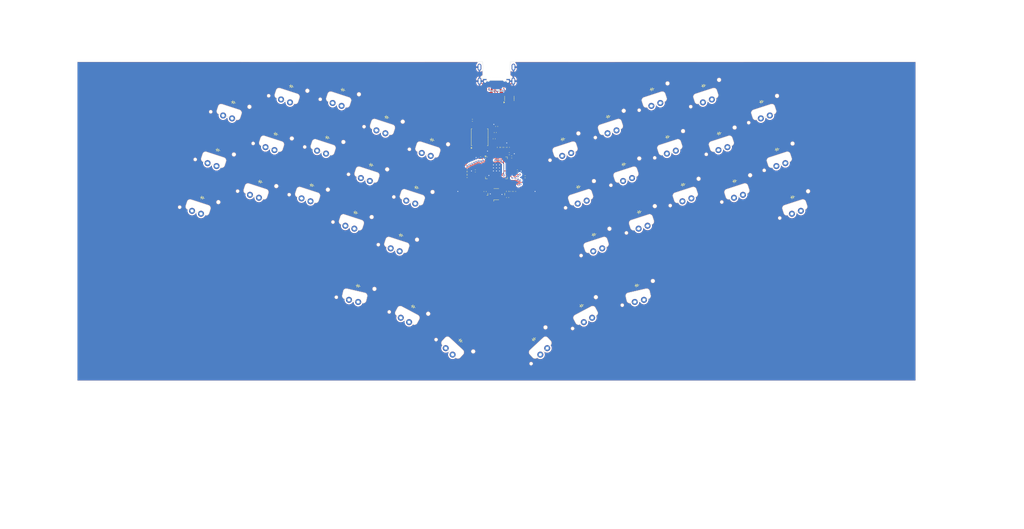
<source format=kicad_pcb>
(kicad_pcb (version 20241229) (generator "pcbnew") (generator_version "9.0")
  (layers (0 "F.Cu" signal) (2 "B.Cu" signal) (13 "F.Paste" user) (15 "B.Paste" user) (5 "F.SilkS" user "F.Silkscreen") (7 "B.SilkS" user "B.Silkscreen") (1 "F.Mask" user) (3 "B.Mask" user) (25 "Edge.Cuts" user))
  (net 0 "")
  (net 1 "COL_0")
  (net 2 "Net-(D1-A)")
  (net 3 "COL_1")
  (net 4 "Net-(D2-A)")
  (net 5 "COL_2")
  (net 6 "Net-(D3-A)")
  (net 7 "COL_3")
  (net 8 "Net-(D4-A)")
  (net 9 "Net-(D5-A)")
  (net 10 "COL_4")
  (net 11 "Net-(D6-A)")
  (net 12 "COL_5")
  (net 13 "COL_6")
  (net 14 "Net-(D7-A)")
  (net 15 "COL_7")
  (net 16 "Net-(D8-A)")
  (net 17 "Net-(D9-A)")
  (net 18 "COL_8")
  (net 19 "Net-(D10-A)")
  (net 20 "COL_9")
  (net 21 "Net-(D11-A)")
  (net 22 "Net-(D12-A)")
  (net 23 "Net-(D13-A)")
  (net 24 "Net-(D14-A)")
  (net 25 "Net-(D15-A)")
  (net 26 "Net-(D16-A)")
  (net 27 "Net-(D17-A)")
  (net 28 "Net-(D18-A)")
  (net 29 "Net-(D19-A)")
  (net 30 "Net-(D20-A)")
  (net 31 "Net-(D21-A)")
  (net 32 "Net-(D22-A)")
  (net 33 "Net-(D23-A)")
  (net 34 "Net-(D24-A)")
  (net 35 "Net-(D25-A)")
  (net 36 "Net-(D26-A)")
  (net 37 "Net-(D27-A)")
  (net 38 "Net-(D28-A)")
  (net 39 "Net-(D29-A)")
  (net 40 "Net-(D30-A)")
  (net 41 "Net-(D31-A)")
  (net 42 "Net-(D32-A)")
  (net 43 "Net-(D33-A)")
  (net 44 "Net-(D34-A)")
  (net 45 "Net-(D35-A)")
  (net 46 "Net-(D36-A)")
  (net 47 "unconnected-(U1-GPIO27_ADC1-Pad39)")
  (net 48 "SDO")
  (net 49 "SD2")
  (net 50 "SWCLK")
  (net 51 "SWDIO")
  (net 52 "unconnected-(U1-GPIO20-Pad31)")
  (net 53 "unconnected-(U1-GPIO19-Pad30)")
  (net 54 "unconnected-(U1-GPIO15-Pad18)")
  (net 55 "+3V3")
  (net 56 "SD1")
  (net 57 "unconnected-(U1-GPIO9-Pad12)")
  (net 58 "SD3")
  (net 59 "unconnected-(U1-GPIO23-Pad35)")
  (net 60 "X_OUT")
  (net 61 "+1V1")
  (net 62 "unconnected-(U1-GPIO7-Pad9)")
  (net 63 "Net-(U1-USB_DM)")
  (net 64 "RUN")
  (net 65 "unconnected-(U1-GPIO22-Pad34)")
  (net 66 "unconnected-(U1-GPIO21-Pad32)")
  (net 67 "unconnected-(U1-GPIO29_ADC3-Pad41)")
  (net 68 "unconnected-(U1-GPIO18-Pad29)")
  (net 69 "unconnected-(U1-GPIO6-Pad8)")
  (net 70 "unconnected-(U1-GPIO28_ADC2-Pad40)")
  (net 71 "unconnected-(U1-GPIO3-Pad5)")
  (net 72 "unconnected-(U1-GPIO17-Pad28)")
  (net 73 "unconnected-(U1-GPIO14-Pad17)")
  (net 74 "unconnected-(U1-GPIO24-Pad36)")
  (net 75 "unconnected-(U1-GPIO4-Pad6)")
  (net 76 "unconnected-(U1-GPIO8-Pad11)")
  (net 77 "SCLK")
  (net 78 "GND")
  (net 79 "unconnected-(U1-GPIO16-Pad27)")
  (net 80 "unconnected-(U1-GPIO11-Pad14)")
  (net 81 "unconnected-(U1-GPIO25-Pad37)")
  (net 82 "Net-(U1-USB_DP)")
  (net 83 "unconnected-(U1-GPIO0-Pad2)")
  (net 84 "unconnected-(U1-GPIO13-Pad16)")
  (net 85 "unconnected-(U1-GPIO12-Pad15)")
  (net 86 "unconnected-(U1-GPIO10-Pad13)")
  (net 87 "unconnected-(U1-GPIO1-Pad3)")
  (net 88 "unconnected-(U1-GPIO26_ADC0-Pad38)")
  (net 89 "X_IN")
  (net 90 "unconnected-(U1-GPIO2-Pad4)")
  (net 91 "unconnected-(U1-GPIO5-Pad7)")
  (net 92 "SEL")
  (net 93 "+5V")
  (net 94 "ROW_0")
  (net 95 "ROW_1")
  (net 96 "ROW_2")
  (net 97 "ROW_3")
  (net 98 "Net-(C15-Pad2)")
  (net 99 "Net-(J1-CC1)")
  (net 100 "Net-(J1-CC2)")
  (net 101 "D_P")
  (net 102 "D_N")
  (net 103 "Net-(R5-Pad2)")
  (net 104 "Net-(R9-Pad1)")
  (footprint "footprint-and-cad:CPG1316S01D02_castelated_mikecinq" (layer "F.Cu") (at 160.609055 91.542868 -18)
    (property "Reference" "S3" (hide yes))
    (property "Value" "Keyswitch" (hide yes))
    (fp_line (start -4 1.65) (end -4 0.25) (stroke (width 0.1)) (layer "Edge.Cuts"))
    (fp_line (start -3 -0.75) (end 3 -0.75) (stroke (width 0.1)) (layer "Edge.Cuts"))
    (fp_line (start 3.000001 2.65) (end -3 2.65) (stroke (width 0.1)) (layer "Edge.Cuts"))
    (fp_line (start 4 0.25) (end 4 1.649999) (stroke (width 0.1)) (layer "Edge.Cuts"))
    (fp_arc (start -4 0.25) (mid -3.707107 -0.457107) (end -3 -0.75) (stroke (width 0.1)) (layer "Edge.Cuts"))
    (fp_arc (start -3 2.65) (mid -3.707106 2.357107) (end -4 1.65) (stroke (width 0.1)) (layer "Edge.Cuts"))
    (fp_arc (start 3 -0.75) (mid 3.707107 -0.457107) (end 4 0.25) (stroke (width 0.1)) (layer "Edge.Cuts"))
    (fp_arc (start 4 1.649999) (mid 3.707108 2.357107) (end 3.000001 2.65) (stroke (width 0.1)) (layer "Edge.Cuts"))
    (fp_circle (center -5.8 2.75) (end -5.3 2.75) (stroke (width 0.1)) (fill no) (layer "Edge.Cuts"))
    (fp_circle (center 5.8 -2.75) (end 6.399999 -2.75) (stroke (width 0.1)) (fill no) (layer "Edge.Cuts"))
  )
  (footprint "footprint-and-cad:CPG1316S01D02_castelated_mikecinq" (layer "F.Cu") (at 155.49686 107.235308 -18)
    (property "Reference" "S13" (hide yes))
    (property "Value" "Keyswitch" (hide yes))
    (fp_line (start -4 1.65) (end -4 0.25) (stroke (width 0.1)) (layer "Edge.Cuts"))
    (fp_line (start -3 -0.75) (end 3 -0.75) (stroke (width 0.1)) (layer "Edge.Cuts"))
    (fp_line (start 3.000001 2.65) (end -3 2.65) (stroke (width 0.1)) (layer "Edge.Cuts"))
    (fp_line (start 4 0.25) (end 4 1.649999) (stroke (width 0.1)) (layer "Edge.Cuts"))
    (fp_arc (start -4 0.25) (mid -3.707107 -0.457107) (end -3 -0.75) (stroke (width 0.1)) (layer "Edge.Cuts"))
    (fp_arc (start -3 2.65) (mid -3.707106 2.357107) (end -4 1.65) (stroke (width 0.1)) (layer "Edge.Cuts"))
    (fp_arc (start 3 -0.75) (mid 3.707107 -0.457107) (end 4 0.25) (stroke (width 0.1)) (layer "Edge.Cuts"))
    (fp_arc (start 4 1.649999) (mid 3.707108 2.357107) (end 3.000001 2.65) (stroke (width 0.1)) (layer "Edge.Cuts"))
    (fp_circle (center -5.8 2.75) (end -5.3 2.75) (stroke (width 0.1)) (fill no) (layer "Edge.Cuts"))
    (fp_circle (center 5.8 -2.75) (end 6.399999 -2.75) (stroke (width 0.1)) (fill no) (layer "Edge.Cuts"))
  )
  (footprint "Capacitor_SMD:C_0402_1005Metric" (layer "F.Cu") (at 204.3176 99.2632 180)
    (property "Reference" "C1" (hide yes))
    (property "Value" "1µF" (hide yes))
  )
  (footprint "ScottoKeebs_Components:Diode_SOD-123" (layer "F.Cu") (at 258.441696 153.61614 13)
    (property "Reference" "D36" (hide yes))
    (property "Value" "D_Small")
  )
  (footprint "ScottoKeebs_Components:Diode_SOD-123" (layer "F.Cu") (at 144.743986 88.11109 -18)
    (property "Reference" "D2" (hide yes))
    (property "Value" "D_Small")
  )
  (footprint "ScottoKeebs_Components:Diode_SOD-123" (layer "F.Cu") (at 273.64876 120.441935 18)
    (property "Reference" "D28" (hide yes))
    (property "Value" "D_Small")
  )
  (footprint "ScottoKeebs_Components:Diode_SOD-123" (layer "F.Cu") (at 280.394835 87.894778 18)
    (property "Reference" "D9" (hide yes))
    (property "Value" "D_Small")
  )
  (footprint "footprint-and-cad:CPG1316S01D02_castelated_mikecinq" (layer "F.Cu") (at 138.526379 106.073015 -18)
    (property "Reference" "S12" (hide yes))
    (property "Value" "Keyswitch" (hide yes))
    (fp_line (start -4 1.65) (end -4 0.25) (stroke (width 0.1)) (layer "Edge.Cuts"))
    (fp_line (start -3 -0.75) (end 3 -0.75) (stroke (width 0.1)) (layer "Edge.Cuts"))
    (fp_line (start 3.000001 2.65) (end -3 2.65) (stroke (width 0.1)) (layer "Edge.Cuts"))
    (fp_line (start 4 0.25) (end 4 1.649999) (stroke (width 0.1)) (layer "Edge.Cuts"))
    (fp_arc (start -4 0.25) (mid -3.707107 -0.457107) (end -3 -0.75) (stroke (width 0.1)) (layer "Edge.Cuts"))
    (fp_arc (start -3 2.65) (mid -3.707106 2.357107) (end -4 1.65) (stroke (width 0.1)) (layer "Edge.Cuts"))
    (fp_arc (start 3 -0.75) (mid 3.707107 -0.457107) (end 4 0.25) (stroke (width 0.1)) (layer "Edge.Cuts"))
    (fp_arc (start 4 1.649999) (mid 3.707108 2.357107) (end 3.000001 2.65) (stroke (width 0.1)) (layer "Edge.Cuts"))
    (fp_circle (center -5.8 2.75) (end -5.3 2.75) (stroke (width 0.1)) (fill no) (layer "Edge.Cuts"))
    (fp_circle (center 5.8 -2.75) (end 6.399999 -2.75) (stroke (width 0.1)) (fill no) (layer "Edge.Cuts"))
  )
  (footprint "footprint-and-cad:CPG1316S01D02_castelated_mikecinq" (layer "F.Cu") (at 119.459887 111.344617 -18)
    (property "Reference" "S11" (hide yes))
    (property "Value" "Keyswitch" (hide yes))
    (fp_line (start -4 1.65) (end -4 0.25) (stroke (width 0.1)) (layer "Edge.Cuts"))
    (fp_line (start -3 -0.75) (end 3 -0.75) (stroke (width 0.1)) (layer "Edge.Cuts"))
    (fp_line (start 3.000001 2.65) (end -3 2.65) (stroke (width 0.1)) (layer "Edge.Cuts"))
    (fp_line (start 4 0.25) (end 4 1.649999) (stroke (width 0.1)) (layer "Edge.Cuts"))
    (fp_arc (start -4 0.25) (mid -3.707107 -0.457107) (end -3 -0.75) (stroke (width 0.1)) (layer "Edge.Cuts"))
    (fp_arc (start -3 2.65) (mid -3.707106 2.357107) (end -4 1.65) (stroke (width 0.1)) (layer "Edge.Cuts"))
    (fp_arc (start 3 -0.75) (mid 3.707107 -0.457107) (end 4 0.25) (stroke (width 0.1)) (layer "Edge.Cuts"))
    (fp_arc (start 4 1.649999) (mid 3.707108 2.357107) (end 3.000001 2.65) (stroke (width 0.1)) (layer "Edge.Cuts"))
    (fp_circle (center -5.8 2.75) (end -5.3 2.75) (stroke (width 0.1)) (fill no) (layer "Edge.Cuts"))
    (fp_circle (center 5.8 -2.75) (end 6.399999 -2.75) (stroke (width 0.1)) (fill no) (layer "Edge.Cuts"))
  )
  (footprint "ScottoKeebs_Components:Diode_SOD-123" (layer "F.Cu") (at 165.904461 129.666752 -18)
    (property "Reference" "D24" (hide yes))
    (property "Value" "D_Small")
  )
  (footprint "Resistor_SMD:R_0402_1005Metric" (layer "F.Cu") (at 202.565 115.5954)
    (property "Reference" "R5" (hide yes))
    (property "Value" "5.1kΩ" (hide yes))
  )
  (footprint "footprint-and-cad:CPG1316S01D02_castelated_mikecinq" (layer "F.Cu") (at 184.836847 123.683069 -18)
    (property "Reference" "S15" (hide yes))
    (property "Value" "Keyswitch" (hide yes))
    (fp_line (start -4 1.65) (end -4 0.25) (stroke (width 0.1)) (layer "Edge.Cuts"))
    (fp_line (start -3 -0.75) (end 3 -0.75) (stroke (width 0.1)) (layer "Edge.Cuts"))
    (fp_line (start 3.000001 2.65) (end -3 2.65) (stroke (width 0.1)) (layer "Edge.Cuts"))
    (fp_line (start 4 0.25) (end 4 1.649999) (stroke (width 0.1)) (layer "Edge.Cuts"))
    (fp_arc (start -4 0.25) (mid -3.707107 -0.457107) (end -3 -0.75) (stroke (width 0.1)) (layer "Edge.Cuts"))
    (fp_arc (start -3 2.65) (mid -3.707106 2.357107) (end -4 1.65) (stroke (width 0.1)) (layer "Edge.Cuts"))
    (fp_arc (start 3 -0.75) (mid 3.707107 -0.457107) (end 4 0.25) (stroke (width 0.1)) (layer "Edge.Cuts"))
    (fp_arc (start 4 1.649999) (mid 3.707108 2.357107) (end 3.000001 2.65) (stroke (width 0.1)) (layer "Edge.Cuts"))
    (fp_circle (center -5.8 2.75) (end -5.3 2.75) (stroke (width 0.1)) (fill no) (layer "Edge.Cuts"))
    (fp_circle (center 5.8 -2.75) (end 6.399999 -2.75) (stroke (width 0.1)) (fill no) (layer "Edge.Cuts"))
  )
  (footprint "ScottoKeebs_Components:Diode_SOD-123" (layer "F.Cu") (at 134.519596 119.495954 -18)
    (property "Reference" "D22" (hide yes))
    (property "Value" "D_Small")
  )
  (footprint "ScottoKeebs_Components:Diode_SOD-123" (layer "F.Cu") (at 171.016656 113.974328 -18)
    (property "Reference" "D14" (hide yes))
    (property "Value" "D_Small")
  )
  (footprint "Crystal:Crystal_SMD_Abracon_ABM3B-4Pin_5.0x3.2mm" (layer "F.Cu") (at 212.1916 123.5964)
    (property "Reference" "Y1" (hide yes))
    (property "Value" "12 MHz 20pF" (hide yes))
  )
  (footprint "footprint-and-cad:CPG1316S01D02_castelated_mikecinq" (layer "F.Cu") (at 299.900999 95.652193 18)
    (property "Reference" "S10" (hide yes))
    (property "Value" "Keyswitch" (hide yes))
    (fp_line (start -4 1.649999) (end -4 0.25) (stroke (width 0.1)) (layer "Edge.Cuts"))
    (fp_line (start -3 -0.75) (end 3 -0.75) (stroke (width 0.1)) (layer "Edge.Cuts"))
    (fp_line (start 3 2.65) (end -3.000001 2.65) (stroke (width 0.1)) (layer "Edge.Cuts"))
    (fp_line (start 4 0.25) (end 4 1.65) (stroke (width 0.1)) (layer "Edge.Cuts"))
    (fp_arc (start -4 0.25) (mid -3.707107 -0.457107) (end -3 -0.75) (stroke (width 0.1)) (layer "Edge.Cuts"))
    (fp_arc (start -3.000001 2.65) (mid -3.707108 2.357107) (end -4 1.649999) (stroke (width 0.1)) (layer "Edge.Cuts"))
    (fp_arc (start 3 -0.75) (mid 3.707107 -0.457107) (end 4 0.25) (stroke (width 0.1)) (layer "Edge.Cuts"))
    (fp_arc (start 4 1.65) (mid 3.707106 2.357107) (end 3 2.65) (stroke (width 0.1)) (layer "Edge.Cuts"))
    (fp_circle (center -5.8 2.75) (end -5.3 2.749999) (stroke (width 0.1)) (fill no) (layer "Edge.Cuts"))
    (fp_circle (center 5.8 -2.75) (end 6.4 -2.75) (stroke (width 0.1)) (fill no) (layer "Edge.Cuts"))
  )
  (footprint "ScottoKeebs_Components:Diode_SOD-123" (layer "F.Cu") (at 180.830064 137.106025 -18)
    (property "Reference" "D25" (hide yes))
    (property "Value" "D_Small")
  )
  (footprint "Capacitor_SMD:C_0402_1005Metric" (layer "F.Cu") (at 217.2462 111.3282)
    (property "Reference" "C9" (hide yes))
    (property "Value" "100nF" (hide yes))
  )
  (footprint "footprint-and-cad:CPG1316S01D02_castelated_mikecinq" (layer "F.Cu") (at 165.810037 156.130798 -13)
    (property "Reference" "S31" (hide yes))
    (property "Value" "Keyswitch" (hide yes))
    (fp_line (start -4 1.65) (end -4 0.25) (stroke (width 0.1)) (layer "Edge.Cuts"))
    (fp_line (start -3 -0.75) (end 3 -0.749999) (stroke (width 0.1)) (layer "Edge.Cuts"))
    (fp_line (start 3 2.65) (end -2.999999 2.65) (stroke (width 0.1)) (layer "Edge.Cuts"))
    (fp_line (start 4 0.250001) (end 4 1.65) (stroke (width 0.1)) (layer "Edge.Cuts"))
    (fp_arc (start -4 0.25) (mid -3.707107 -0.457107) (end -3 -0.75) (stroke (width 0.1)) (layer "Edge.Cuts"))
    (fp_arc (start -2.999999 2.65) (mid -3.707107 2.357107) (end -4 1.65) (stroke (width 0.1)) (layer "Edge.Cuts"))
    (fp_arc (start 3 -0.749999) (mid 3.707107 -0.457107) (end 4 0.250001) (stroke (width 0.1)) (layer "Edge.Cuts"))
    (fp_arc (start 4 1.65) (mid 3.707107 2.357107) (end 3 2.65) (stroke (width 0.1)) (layer "Edge.Cuts"))
    (fp_circle (center -5.8 2.75) (end -5.3 2.75) (stroke (width 0.1)) (fill no) (layer "Edge.Cuts"))
    (fp_circle (center 5.8 -2.75) (end 6.4 -2.75) (stroke (width 0.1)) (fill no) (layer "Edge.Cuts"))
  )
  (footprint "footprint-and-cad:CPG1316S01D02_castelated_mikecinq" (layer "F.Cu") (at 244.748446 139.37551 18)
    (property "Reference" "S26" (hide yes))
    (property "Value" "Keyswitch" (hide yes))
    (fp_line (start -4 1.649999) (end -4 0.25) (stroke (width 0.1)) (layer "Edge.Cuts"))
    (fp_line (start -3 -0.75) (end 3 -0.75) (stroke (width 0.1)) (layer "Edge.Cuts"))
    (fp_line (start 3 2.65) (end -3.000001 2.65) (stroke (width 0.1)) (layer "Edge.Cuts"))
    (fp_line (start 4 0.25) (end 4 1.65) (stroke (width 0.1)) (layer "Edge.Cuts"))
    (fp_arc (start -4 0.25) (mid -3.707107 -0.457107) (end -3 -0.75) (stroke (width 0.1)) (layer "Edge.Cuts"))
    (fp_arc (start -3.000001 2.65) (mid -3.707108 2.357107) (end -4 1.649999) (stroke (width 0.1)) (layer "Edge.Cuts"))
    (fp_arc (start 3 -0.75) (mid 3.707107 -0.457107) (end 4 0.25) (stroke (width 0.1)) (layer "Edge.Cuts"))
    (fp_arc (start 4 1.65) (mid 3.707106 2.357107) (end 3 2.65) (stroke (width 0.1)) (layer "Edge.Cuts"))
    (fp_circle (center -5.8 2.75) (end -5.3 2.749999) (stroke (width 0.1)) (fill no) (layer "Edge.Cuts"))
    (fp_circle (center 5.8 -2.75) (end 6.4 -2.75) (stroke (width 0.1)) (fill no) (layer "Edge.Cuts"))
  )
  (footprint "Resistor_SMD:R_0402_1005Metric" (layer "F.Cu") (at 212.9028 108.202001 90)
    (property "Reference" "R3" (hide yes))
    (property "Value" "27Ω" (hide yes))
  )
  (footprint "footprint-and-cad:CPG1316S01D02_castelated_mikecinq" (layer "F.Cu") (at 268.976221 107.235308 18)
    (property "Reference" "S18" (hide yes))
    (property "Value" "Keyswitch" (hide yes))
    (fp_line (start -4 1.649999) (end -4 0.25) (stroke (width 0.1)) (layer "Edge.Cuts"))
    (fp_line (start -3 -0.75) (end 3 -0.75) (stroke (width 0.1)) (layer "Edge.Cuts"))
    (fp_line (start 3 2.65) (end -3.000001 2.65) (stroke (width 0.1)) (layer "Edge.Cuts"))
    (fp_line (start 4 0.25) (end 4 1.65) (stroke (width 0.1)) (layer "Edge.Cuts"))
    (fp_arc (start -4 0.25) (mid -3.707107 -0.457107) (end -3 -0.75) (stroke (width 0.1)) (layer "Edge.Cuts"))
    (fp_arc (start -3.000001 2.65) (mid -3.707108 2.357107) (end -4 1.649999) (stroke (width 0.1)) (layer "Edge.Cuts"))
    (fp_arc (start 3 -0.75) (mid 3.707107 -0.457107) (end 4 0.25) (stroke (width 0.1)) (layer "Edge.Cuts"))
    (fp_arc (start 4 1.65) (mid 3.707106 2.357107) (end 3 2.65) (stroke (width 0.1)) (layer "Edge.Cuts"))
    (fp_circle (center -5.8 2.75) (end -5.3 2.749999) (stroke (width 0.1)) (fill no) (layer "Edge.Cuts"))
    (fp_circle (center 5.8 -2.75) (end 6.4 -2.75) (stroke (width 0.1)) (fill no) (layer "Edge.Cuts"))
  )
  (footprint "footprint-and-cad:CPG1316S01D02_castelated_mikecinq" (layer "F.Cu") (at 241.1114 162.642919 28)
    (property "Reference" "S35" (hide yes))
    (property "Value" "Keyswitch" (hide yes))
    (fp_line (start -3 -0.75) (end 3.000001 -0.749999) (stroke (width 0.1)) (layer "Edge.Cuts"))
    (fp_line (start -4 1.65) (end -4.000001 0.250001) (stroke (width 0.1)) (layer "Edge.Cuts"))
    (fp_line (start 4 0.25) (end 4 1.65) (stroke (width 0.1)) (layer "Edge.Cuts"))
    (fp_line (start 3 2.649999) (end -3 2.650001) (stroke (width 0.1)) (layer "Edge.Cuts"))
    (fp_arc (start -4.000001 0.250001) (mid -3.707107 -0.457107) (end -3 -0.75) (stroke (width 0.1)) (layer "Edge.Cuts"))
    (fp_arc (start -3 2.650001) (mid -3.707106 2.357107) (end -4 1.65) (stroke (width 0.1)) (layer "Edge.Cuts"))
    (fp_arc (start 3.000001 -0.749999) (mid 3.707107 -0.457107) (end 4 0.25) (stroke (width 0.1)) (layer "Edge.Cuts"))
    (fp_arc (start 4 1.65) (mid 3.707107 2.357107) (end 3 2.649999) (stroke (width 0.1)) (layer "Edge.Cuts"))
    (fp_circle (center -5.8 2.75) (end -5.3 2.75) (stroke (width 0.1)) (fill no) (layer "Edge.Cuts"))
    (fp_circle (center 5.8 -2.75) (end 6.4 -2.75) (stroke (width 0.1)) (fill no) (layer "Edge.Cuts"))
  )
  (footprint "ScottoKeebs_Components:Diode_SOD-123" (layer "F.Cu") (at 176.128851 98.281888 -18)
    (property "Reference" "D4" (hide yes))
    (property "Value" "D_Small")
  )
  (footprint "ScottoKeebs_Components:Diode_SOD-123" (layer "F.Cu") (at 200.433647 171.803513 -43)
    (property "Reference" "D33" (hide yes))
    (property "Value" "D_Small")
  )
  (footprint "ScottoKeebs_Components:Diode_SOD-123" (layer "F.Cu") (at 268.536549 104.749511 18)
    (property "Reference" "D18" (hide yes))
    (property "Value" "D_Small")
  )
  (footprint "ScottoKeebs_Components:Diode_SOD-123" (layer "F.Cu") (at 240.246753 160.271235 28)
    (property "Reference" "D35" (hide yes))
    (property "Value" "D_Small")
  )
  (footprint "footprint-and-cad:CPG1316S01D02_castelated_mikecinq" (layer "F.Cu") (at 254.561837 116.243813 18)
    (property "Reference" "S17" (hide yes))
    (property "Value" "Keyswitch" (hide yes))
    (fp_line (start -4 1.649999) (end -4 0.25) (stroke (width 0.1)) (layer "Edge.Cuts"))
    (fp_line (start -3 -0.75) (end 3 -0.75) (stroke (width 0.1)) (layer "Edge.Cuts"))
    (fp_line (start 3 2.65) (end -3.000001 2.65) (stroke (width 0.1)) (layer "Edge.Cuts"))
    (fp_line (start 4 0.25) (end 4 1.65) (stroke (width 0.1)) (layer "Edge.Cuts"))
    (fp_arc (start -4 0.25) (mid -3.707107 -0.457107) (end -3 -0.75) (stroke (width 0.1)) (layer "Edge.Cuts"))
    (fp_arc (start -3.000001 2.65) (mid -3.707108 2.357107) (end -4 1.649999) (stroke (width 0.1)) (layer "Edge.Cuts"))
    (fp_arc (start 3 -0.75) (mid 3.707107 -0.457107) (end 4 0.25) (stroke (width 0.1)) (layer "Edge.Cuts"))
    (fp_arc (start 4 1.65) (mid 3.707106 2.357107) (end 3 2.65) (stroke (width 0.1)) (layer "Edge.Cuts"))
    (fp_circle (center -5.8 2.75) (end -5.3 2.749999) (stroke (width 0.1)) (fill no) (layer "Edge.Cuts"))
    (fp_circle (center 5.8 -2.75) (end 6.4 -2.75) (stroke (width 0.1)) (fill no) (layer "Edge.Cuts"))
  )
  (footprint "footprint-and-cad:CPG1316S01D02_castelated_mikecinq" (layer "F.Cu") (at 175.023439 100.551373 -18)
    (property "Reference" "S4" (hide yes))
    (property "Value" "Keyswitch" (hide yes))
    (fp_line (start -4 1.65) (end -4 0.25) (stroke (width 0.1)) (layer "Edge.Cuts"))
    (fp_line (start -3 -0.75) (end 3 -0.75) (stroke (width 0.1)) (layer "Edge.Cuts"))
    (fp_line (start 3.000001 2.65) (end -3 2.65) (stroke (width 0.1)) (layer "Edge.Cuts"))
    (fp_line (start 4 0.25) (end 4 1.649999) (stroke (width 0.1)) (layer "Edge.Cuts"))
    (fp_arc (start -4 0.25) (mid -3.707107 -0.457107) (end -3 -0.75) (stroke (width 0.1)) (layer "Edge.Cuts"))
    (fp_arc (start -3 2.65) (mid -3.707106 2.357107) (end -4 1.65) (stroke (width 0.1)) (layer "Edge.Cuts"))
    (fp_arc (start 3 -0.75) (mid 3.707107 -0.457107) (end 4 0.25) (stroke (width 0.1)) (layer "Edge.Cuts"))
    (fp_arc (start 4 1.649999) (mid 3.707108 2.357107) (end 3.000001 2.65) (stroke (width 0.1)) (layer "Edge.Cuts"))
    (fp_circle (center -5.8 2.75) (end -5.3 2.75) (stroke (width 0.1)) (fill no) (layer "Edge.Cuts"))
    (fp_circle (center 5.8 -2.75) (end 6.399999 -2.75) (stroke (width 0.1)) (fill no) (layer "Edge.Cuts"))
  )
  (footprint "footprint-and-cad:CPG1316S01D02_castelated_mikecinq" (layer "F.Cu") (at 150.384665 122.927732 -18)
    (property "Reference" "S23" (hide yes))
    (property "Value" "Keyswitch" (hide yes))
    (fp_line (start -4 1.65) (end -4 0.25) (stroke (width 0.1)) (layer "Edge.Cuts"))
    (fp_line (start -3 -0.75) (end 3 -0.75) (stroke (width 0.1)) (layer "Edge.Cuts"))
    (fp_line (start 3.000001 2.65) (end -3 2.65) (stroke (width 0.1)) (layer "Edge.Cuts"))
    (fp_line (start 4 0.25) (end 4 1.649999) (stroke (width 0.1)) (layer "Edge.Cuts"))
    (fp_arc (start -4 0.25) (mid -3.707107 -0.457107) (end -3 -0.75) (stroke (width 0.1)) (layer "Edge.Cuts"))
    (fp_arc (start -3 2.65) (mid -3.707106 2.357107) (end -4 1.65) (stroke (width 0.1)) (layer "Edge.Cuts"))
    (fp_arc (start 3 -0.75) (mid 3.707107 -0.457107) (end 4 0.25) (stroke (width 0.1)) (layer "Edge.Cuts"))
    (fp_arc (start 4 1.649999) (mid 3.707108 2.357107) (end 3.000001 2.65) (stroke (width 0.1)) (layer "Edge.Cuts"))
    (fp_circle (center -5.8 2.75) (end -5.3 2.75) (stroke (width 0.1)) (fill no) (layer "Edge.Cuts"))
    (fp_circle (center 5.8 -2.75) (end 6.399999 -2.75) (stroke (width 0.1)) (fill no) (layer "Edge.Cuts"))
  )
  (footprint "footprint-and-cad:CPG1316S01D02_castelated_mikecinq" (layer "F.Cu") (at 226.000403 173.393197 43)
    (property "Reference" "S34" (hide yes))
    (property "Value" "Keyswitch" (hide yes))
    (fp_line (start -3 -0.75) (end 3 -0.75) (stroke (width 0.1)) (layer "Edge.Cuts"))
    (fp_line (start -4 1.65) (end -4 0.25) (stroke (width 0.1)) (layer "Edge.Cuts"))
    (fp_line (start 4.000001 0.25) (end 4 1.65) (stroke (width 0.1)) (layer "Edge.Cuts"))
    (fp_line (start 3 2.65) (end -2.999999 2.65) (stroke (width 0.1)) (layer "Edge.Cuts"))
    (fp_arc (start -4 0.25) (mid -3.707107 -0.457107) (end -3 -0.75) (stroke (width 0.1)) (layer "Edge.Cuts"))
    (fp_arc (start -2.999999 2.65) (mid -3.707107 2.357107) (end -4 1.65) (stroke (width 0.1)) (layer "Edge.Cuts"))
    (fp_arc (start 3 -0.75) (mid 3.707107 -0.457107) (end 4.000001 0.25) (stroke (width 0.1)) (layer "Edge.Cuts"))
    (fp_arc (start 4 1.65) (mid 3.707107 2.357107) (end 3 2.65) (stroke (width 0.1)) (layer "Edge.Cuts"))
    (fp_circle (center -5.8 2.75) (end -5.3 2.75) (stroke (width 0.1)) (fill no) (layer "Edge.Cuts"))
    (fp_circle (center 5.8 -2.75) (end 6.4 -2.75) (stroke (width 0.1)) (fill no) (layer "Edge.Cuts"))
  )
  (footprint "footprint-and-cad:CPG1316S01D02_castelated_mikecinq" (layer "F.Cu") (at 249.449642 100.551373 18)
    (property "Reference" "S7" (hide yes))
    (property "Value" "Keyswitch" (hide yes))
    (fp_line (start -4 1.649999) (end -4 0.25) (stroke (width 0.1)) (layer "Edge.Cuts"))
    (fp_line (start -3 -0.75) (end 3 -0.75) (stroke (width 0.1)) (layer "Edge.Cuts"))
    (fp_line (start 3 2.65) (end -3.000001 2.65) (stroke (width 0.1)) (layer "Edge.Cuts"))
    (fp_line (start 4 0.25) (end 4 1.65) (stroke (width 0.1)) (layer "Edge.Cuts"))
    (fp_arc (start -4 0.25) (mid -3.707107 -0.457107) (end -3 -0.75) (stroke (width 0.1)) (layer "Edge.Cuts"))
    (fp_arc (start -3.000001 2.65) (mid -3.707108 2.357107) (end -4 1.649999) (stroke (width 0.1)) (layer "Edge.Cuts"))
    (fp_arc (start 3 -0.75) (mid 3.707107 -0.457107) (end 4 0.25) (stroke (width 0.1)) (layer "Edge.Cuts"))
    (fp_arc (start 4 1.65) (mid 3.707106 2.357107) (end 3 2.65) (stroke (width 0.1)) (layer "Edge.Cuts"))
    (fp_circle (center -5.8 2.75) (end -5.3 2.749999) (stroke (width 0.1)) (fill no) (layer "Edge.Cuts"))
    (fp_circle (center 5.8 -2.75) (end 6.4 -2.75) (stroke (width 0.1)) (fill no) (layer "Edge.Cuts"))
  )
  (footprint "ScottoKeebs_Components:Diode_SOD-123" (layer "F.Cu") (at 263.424354 89.057071 18)
    (property "Reference" "D8" (hide yes))
    (property "Value" "D_Small")
  )
  (footprint "ScottoKeebs_Components:Button_TL3342" (layer "F.Cu") (at 225.018201 121.3562 180)
    (property "Reference" "SW1" (hide yes))
    (property "Value" "SW_Push" (hide yes))
  )
  (footprint "footprint-and-cad:CPG1316S01D02_castelated_mikecinq" (layer "F.Cu") (at 305.013194 111.344617 18)
    (property "Reference" "S20" (hide yes))
    (property "Value" "Keyswitch" (hide yes))
    (fp_line (start -4 1.649999) (end -4 0.25) (stroke (width 0.1)) (layer "Edge.Cuts"))
    (fp_line (start -3 -0.75) (end 3 -0.75) (stroke (width 0.1)) (layer "Edge.Cuts"))
    (fp_line (start 3 2.65) (end -3.000001 2.65) (stroke (width 0.1)) (layer "Edge.Cuts"))
    (fp_line (start 4 0.25) (end 4 1.65) (stroke (width 0.1)) (layer "Edge.Cuts"))
    (fp_arc (start -4 0.25) (mid -3.707107 -0.457107) (end -3 -0.75) (stroke (width 0.1)) (layer "Edge.Cuts"))
    (fp_arc (start -3.000001 2.65) (mid -3.707108 2.357107) (end -4 1.649999) (stroke (width 0.1)) (layer "Edge.Cuts"))
    (fp_arc (start 3 -0.75) (mid 3.707107 -0.457107) (end 4 0.25) (stroke (width 0.1)) (layer "Edge.Cuts"))
    (fp_arc (start 4 1.65) (mid 3.707106 2.357107) (end 3 2.65) (stroke (width 0.1)) (layer "Edge.Cuts"))
    (fp_circle (center -5.8 2.75) (end -5.3 2.749999) (stroke (width 0.1)) (fill no) (layer "Edge.Cuts"))
    (fp_circle (center 5.8 -2.75) (end 6.4 -2.75) (stroke (width 0.1)) (fill no) (layer "Edge.Cuts"))
  )
  (footprint "footprint-and-cad:CPG1316S01D02_castelated_mikecinq" (layer "F.Cu") (at 179.724652 139.37551 -18)
    (property "Reference" "S25" (hide yes))
    (property "Value" "Keyswitch" (hide yes))
    (fp_line (start -4 1.65) (end -4 0.25) (stroke (width 0.1)) (layer "Edge.Cuts"))
    (fp_line (start -3 -0.75) (end 3 -0.75) (stroke (width 0.1)) (layer "Edge.Cuts"))
    (fp_line (start 3.000001 2.65) (end -3 2.65) (stroke (width 0.1)) (layer "Edge.Cuts"))
    (fp_line (start 4 0.25) (end 4 1.649999) (stroke (width 0.1)) (layer "Edge.Cuts"))
    (fp_arc (start -4 0.25) (mid -3.707107 -0.457107) (end -3 -0.75) (stroke (width 0.1)) (layer "Edge.Cuts"))
    (fp_arc (start -3 2.65) (mid -3.707106 2.357107) (end -4 1.65) (stroke (width 0.1)) (layer "Edge.Cuts"))
    (fp_arc (start 3 -0.75) (mid 3.707107 -0.457107) (end 4 0.25) (stroke (width 0.1)) (layer "Edge.Cuts"))
    (fp_arc (start 4 1.649999) (mid 3.707108 2.357107) (end 3.000001 2.65) (stroke (width 0.1)) (layer "Edge.Cuts"))
    (fp_circle (center -5.8 2.75) (end -5.3 2.75) (stroke (width 0.1)) (fill no) (layer "Edge.Cuts"))
    (fp_circle (center 5.8 -2.75) (end 6.399999 -2.75) (stroke (width 0.1)) (fill no) (layer "Edge.Cuts"))
  )
  (footprint "ScottoKeebs_Components:Diode_SOD-123" (layer "F.Cu") (at 120.565299 109.075132 -18)
    (property "Reference" "D11" (hide yes))
    (property "Value" "D_Small")
  )
  (footprint "footprint-and-cad:CPG1316S01D02_castelated_mikecinq" (layer "F.Cu") (at 310.125389 127.037057 18)
    (property "Reference" "S30" (hide yes))
    (property "Value" "Keyswitch" (hide yes))
    (fp_line (start -4 1.649999) (end -4 0.25) (stroke (width 0.1)) (layer "Edge.Cuts"))
    (fp_line (start -3 -0.75) (end 3 -0.75) (stroke (width 0.1)) (layer "Edge.Cuts"))
    (fp_line (start 3 2.65) (end -3.000001 2.65) (stroke (width 0.1)) (layer "Edge.Cuts"))
    (fp_line (start 4 0.25) (end 4 1.65) (stroke (width 0.1)) (layer "Edge.Cuts"))
    (fp_arc (start -4 0.25) (mid -3.707107 -0.457107) (end -3 -0.75) (stroke (width 0.1)) (layer "Edge.Cuts"))
    (fp_arc (start -3.000001 2.65) (mid -3.707108 2.357107) (end -4 1.649999) (stroke (width 0.1)) (layer "Edge.Cuts"))
    (fp_arc (start 3 -0.75) (mid 3.707107 -0.457107) (end 4 0.25) (stroke (width 0.1)) (layer "Edge.Cuts"))
    (fp_arc (start 4 1.65) (mid 3.707106 2.357107) (end 3 2.65) (stroke (width 0.1)) (layer "Edge.Cuts"))
    (fp_circle (center -5.8 2.75) (end -5.3 2.749999) (stroke (width 0.1)) (fill no) (layer "Edge.Cuts"))
    (fp_circle (center 5.8 -2.75) (end 6.4 -2.75) (stroke (width 0.1)) (fill no) (layer "Edge.Cuts"))
  )
  (footprint "Resistor_SMD:R_0402_1005Metric" (layer "F.Cu") (at 213.614 89.662 90)
    (property "Reference" "R1" (hide yes))
    (property "Value" "5.1kΩ" (hide yes))
  )
  (footprint "ScottoKeebs_Components:Diode_SOD-123" (layer "F.Cu") (at 239.196578 121.197272 18)
    (property "Reference" "D16" (hide yes))
    (property "Value" "D_Small")
  )
  (footprint "footprint-and-cad:CPG1316S01D02_castelated_mikecinq" (layer "F.Cu") (at 143.638574 90.380575 -18)
    (property "Reference" "S2" (hide yes))
    (property "Value" "Keyswitch" (hide yes))
    (fp_line (start -4 1.65) (end -4 0.25) (stroke (width 0.1)) (layer "Edge.Cuts"))
    (fp_line (start -3 -0.75) (end 3 -0.75) (stroke (width 0.1)) (layer "Edge.Cuts"))
    (fp_line (start 3.000001 2.65) (end -3 2.65) (stroke (width 0.1)) (layer "Edge.Cuts"))
    (fp_line (start 4 0.25) (end 4 1.649999) (stroke (width 0.1)) (layer "Edge.Cuts"))
    (fp_arc (start -4 0.25) (mid -3.707107 -0.457107) (end -3 -0.75) (stroke (width 0.1)) (layer "Edge.Cuts"))
    (fp_arc (start -3 2.65) (mid -3.707106 2.357107) (end -4 1.65) (stroke (width 0.1)) (layer "Edge.Cuts"))
    (fp_arc (start 3 -0.75) (mid 3.707107 -0.457107) (end 4 0.25) (stroke (width 0.1)) (layer "Edge.Cuts"))
    (fp_arc (start 4 1.649999) (mid 3.707108 2.357107) (end 3.000001 2.65) (stroke (width 0.1)) (layer "Edge.Cuts"))
    (fp_circle (center -5.8 2.75) (end -5.3 2.75) (stroke (width 0.1)) (fill no) (layer "Edge.Cuts"))
    (fp_circle (center 5.8 -2.75) (end 6.399999 -2.75) (stroke (width 0.1)) (fill no) (layer "Edge.Cuts"))
  )
  (footprint "Resistor_SMD:R_0402_1005Metric" (layer "F.Cu") (at 202.565 117.729 180)
    (property "Reference" "R9" (hide yes))
    (property "Value" "1kΩ" (hide yes))
  )
  (footprint "ScottoKeebs_Components:Diode_SOD-123" (layer "F.Cu") (at 185.942259 121.413584 -18)
    (property "Reference" "D15" (hide yes))
    (property "Value" "D_Small")
  )
  (footprint "ScottoKeebs_Components:Diode_SOD-123" (layer "F.Cu") (at 166.713444 153.773606 -13)
    (property "Reference" "D31" (hide yes))
    (property "Value" "D_Small")
  )
  (footprint "ScottoKeebs_Components:Diode_SOD-123" (layer "F.Cu") (at 184.844407 160.599866 -28)
    (property "Reference" "D32" (hide yes))
    (property "Value" "D_Small")
  )
  (footprint "Resistor_SMD:R_0402_1005Metric" (layer "F.Cu") (at 215.9 122.6846 90)
    (property "Reference" "R6" (hide yes))
    (property "Value" "1kΩ" (hide yes))
  )
  (footprint "Package_DFN_QFN:QFN-56-1EP_7x7mm_P0.4mm_EP3.2x3.2mm" (layer "F.Cu") (at 212.23654 114.9435)
    (property "Reference" "U1" (hide yes))
    (property "Value" "RP2040" (hide yes))
  )
  (footprint "Capacitor_SMD:C_0402_1005Metric" (layer "F.Cu") (at 207.0354 111.6584 180)
    (property "Reference" "C5" (hide yes))
    (property "Value" "100nF" (hide yes))
  )
  (footprint "ScottoKeebs_Components:USB_C_HRO_TYPE-C-31-M-14" (layer "F.Cu") (at 212.23654 86.47 180)
    (property "Reference" "J1" (hide yes))
    (property "Value" "USB_C_Receptacle_USB2.0_16P" (hide yes))
    (fp_line (start 4.545001 2.075821) (end 4.545001 6.435) (stroke (width 0.08)) (layer "Edge.Cuts"))
    (fp_line (start 3.395 0.905) (end 4.545001 0.905001) (stroke (width 0.08)) (layer "Edge.Cuts"))
    (fp_line (start 3.195001 0.505) (end 3.195001 0.705) (stroke (width 0.08)) (layer "Edge.Cuts"))
    (fp_line (start -0.004999 0.355) (end 2.088784 0.355) (stroke (width 0.08)) (layer "Edge.Cuts"))
    (fp_line (start -0.004999 0.355) (end -2.098781 0.355) (stroke (width 0.08)) (layer "Edge.Cuts"))
    (fp_line (start -3.204999 0.504999) (end -3.204999 0.705) (stroke (width 0.08)) (layer "Edge.Cuts"))
    (fp_line (start -3.404998 0.905) (end -4.554999 0.905) (stroke (width 0.08)) (layer "Edge.Cuts"))
    (fp_line (start -4.554999 2.075821) (end -4.554999 6.435) (stroke (width 0.08)) (layer "Edge.Cuts"))
    (fp_arc (start 4.545001 2.075821) (mid 4.584643 1.956298) (end 4.687858 1.884158) (stroke (width 0.08)) (layer "Edge.Cuts"))
    (fp_arc (start 4.545001 0.904999) (mid 5.039764 1.332815) (end 4.687858 1.884158) (stroke (width 0.08)) (layer "Edge.Cuts"))
    (fp_arc (start 3.395 0.904998) (mid 3.253579 0.846421) (end 3.195001 0.705) (stroke (width 0.08)) (layer "Edge.Cuts"))
    (fp_arc (start 2.261988 0.255) (mid 2.824411 0.022037) (end 3.195001 0.505) (stroke (width 0.08)) (layer "Edge.Cuts"))
    (fp_arc (start 2.261988 0.255) (mid 2.188783 0.328205) (end 2.088784 0.355) (stroke (width 0.08)) (layer "Edge.Cuts"))
    (fp_arc (start -2.098781 0.355) (mid -2.198781 0.328205) (end -2.271986 0.255) (stroke (width 0.08)) (layer "Edge.Cuts"))
    (fp_arc (start -3.204998 0.705) (mid -3.263576 0.846421) (end -3.404998 0.905) (stroke (width 0.08)) (layer "Edge.Cuts"))
    (fp_arc (start -3.204999 0.504999) (mid -2.834409 0.022037) (end -2.271986 0.255) (stroke (width 0.08)) (layer "Edge.Cuts"))
    (fp_arc (start -4.697856 1.884158) (mid -4.594642 1.956298) (end -4.554999 2.075821) (stroke (width 0.08)) (layer "Edge.Cuts"))
    (fp_arc (start -4.697856 1.884157) (mid -5.04976 1.332815) (end -4.554999 0.905) (stroke (width 0.08)) (layer "Edge.Cuts"))
  )
  (footprint "footprint-and-cad:CPG1316S01D02_castelated_mikecinq" (layer "F.Cu") (at 183.361697 162.642919 -28)
    (property "Reference" "S32" (hide yes))
    (property "Value" "Keyswitch" (hide yes))
    (fp_line (start -4 1.65) (end -4 0.25) (stroke (width 0.1)) (layer "Edge.Cuts"))
    (fp_line (start -3.000001 -0.749999) (end 3 -0.75) (stroke (width 0.1)) (layer "Edge.Cuts"))
    (fp_line (start 3 2.650001) (end -3 2.649999) (stroke (width 0.1)) (layer "Edge.Cuts"))
    (fp_line (start 4.000001 0.250001) (end 4 1.65) (stroke (width 0.1)) (layer "Edge.Cuts"))
    (fp_arc (start -3 2.649999) (mid -3.707107 2.357107) (end -4 1.65) (stroke (width 0.1)) (layer "Edge.Cuts"))
    (fp_arc (start -4 0.25) (mid -3.707107 -0.457107) (end -3.000001 -0.749999) (stroke (width 0.1)) (layer "Edge.Cuts"))
    (fp_arc (start 4 1.65) (mid 3.707106 2.357107) (end 3 2.650001) (stroke (width 0.1)) (layer "Edge.Cuts"))
    (fp_arc (start 3 -0.75) (mid 3.707107 -0.457107) (end 4.000001 0.250001) (stroke (width 0.1)) (layer "Edge.Cuts"))
    (fp_circle (center -5.8 2.75) (end -5.3 2.75) (stroke (width 0.1)) (fill no) (layer "Edge.Cuts"))
    (fp_circle (center 5.8 -2.75) (end 6.4 -2.75) (stroke (width 0.1)) (fill no) (layer "Edge.Cuts"))
  )
  (footprint "ScottoKeebs_Components:Diode_SOD-123" (layer "F.Cu") (at 304.573522 108.85882 18)
    (property "Reference" "D20" (hide yes))
    (property "Value" "D_Small")
  )
  (footprint "ScottoKeebs_Components:Diode_SOD-123" (layer "F.Cu") (at 254.122165 113.758016 18)
    (property "Reference" "D17" (hide yes))
    (property "Value" "D_Small")
  )
  (footprint "Package_TO_SOT_SMD:SOT-23-3" (layer "F.Cu") (at 216.468999 92.0805 90)
    (property "Reference" "U3" (hide yes))
    (property "Value" "XC6206PxxxMR" (hide yes))
  )
  (footprint "footprint-and-cad:CPG1316S01D02_castelated_mikecinq" (layer "F.Cu") (at 239.63625 123.683069 18)
    (property "Reference" "S16" (hide yes))
    (property "Value" "Keyswitch" (hide yes))
    (fp_line (start -4 1.649999) (end -4 0.25) (stroke (width 0.1)) (layer "Edge.Cuts"))
    (fp_line (start -3 -0.75) (end 3 -0.75) (stroke (width 0.1)) (layer "Edge.Cuts"))
    (fp_line (start 3 2.65) (end -3.000001 2.65) (stroke (width 0.1)) (layer "Edge.Cuts"))
    (fp_line (start 4 0.25) (end 4 1.65) (stroke (width 0.1)) (layer "Edge.Cuts"))
    (fp_arc (start -4 0.25) (mid -3.707107 -0.457107) (end -3 -0.75) (stroke (width 0.1)) (layer "Edge.Cuts"))
    (fp_arc (start -3.000001 2.65) (mid -3.707108 2.357107) (end -4 1.649999) (stroke (width 0.1)) (layer "Edge.Cuts"))
    (fp_arc (start 3 -0.75) (mid 3.707107 -0.457107) (end 4 0.25) (stroke (width 0.1)) (layer "Edge.Cuts"))
    (fp_arc (start 4 1.65) (mid 3.707106 2.357107) (end 3 2.65) (stroke (width 0.1)) (layer "Edge.Cuts"))
    (fp_circle (center -5.8 2.75) (end -5.3 2.749999) (stroke (width 0.1)) (fill no) (layer "Edge.Cuts"))
    (fp_circle (center 5.8 -2.75) (end 6.4 -2.75) (stroke (width 0.1)) (fill no) (layer "Edge.Cuts"))
  )
  (footprint "Capacitor_SMD:C_0402_1005Metric" (layer "F.Cu") (at 211.836 103.3018 90)
    (property "Reference" "C7" (hide yes))
    (property "Value" "100nF" (hide yes))
  )
  (footprint "footprint-and-cad:CPG1316S01D02_castelated_mikecinq" (layer "F.Cu") (at 133.414184 121.765439 -18)
    (property "Reference" "S22" (hide yes))
    (property "Value" "Keyswitch" (hide yes))
    (fp_line (start -4 1.65) (end -4 0.25) (stroke (width 0.1)) (layer "Edge.Cuts"))
    (fp_line (start -3 -0.75) (end 3 -0.75) (stroke (width 0.1)) (layer "Edge.Cuts"))
    (fp_line (start 3.000001 2.65) (end -3 2.65) (stroke (width 0.1)) (layer "Edge.Cuts"))
    (fp_line (start 4 0.25) (end 4 1.649999) (stroke (width 0.1)) (layer "Edge.Cuts"))
    (fp_arc (start -4 0.25) (mid -3.707107 -0.457107) (end -3 -0.75) (stroke (width 0.1)) (layer "Edge.Cuts"))
    (fp_arc (start -3 2.65) (mid -3.707106 2.357107) (end -4 1.65) (stroke (width 0.1)) (layer "Edge.Cuts"))
    (fp_arc (start 3 -0.75) (mid 3.707107 -0.457107) (end 4 0.25) (stroke (width 0.1)) (layer "Edge.Cuts"))
    (fp_arc (start 4 1.649999) (mid 3.707108 2.357107) (end 3.000001 2.65) (stroke (width 0.1)) (layer "Edge.Cuts"))
    (fp_circle (center -5.8 2.75) (end -5.3 2.75) (stroke (width 0.1)) (fill no) (layer "Edge.Cuts"))
    (fp_circle (center 5.8 -2.75) (end 6.399999 -2.75) (stroke (width 0.1)) (fill no) (layer "Edge.Cuts"))
  )
  (footprint "Capacitor_SMD:C_0402_1005Metric" (layer "F.Cu") (at 211.4804 105.3592 90)
    (property "Reference" "C12" (hide yes))
    (property "Value" "100nF" (hide yes))
  )
  (footprint "ScottoKeebs_Components:Diode_SOD-123" (layer "F.Cu") (at 224.551381 171.326114 43)
    (property "Reference" "D34" (hide yes))
    (property "Value" "D_Small")
  )
  (footprint "Capacitor_SMD:C_0402_1005Metric" (layer "F.Cu") (at 216.4588 110.2614)
    (property "Reference" "C10" (hide yes))
    (property "Value" "100nF" (hide yes))
  )
  (footprint "Capacitor_SMD:C_0402_1005Metric" (layer "F.Cu") (at 212.3186 101.2952 90)
    (property "Reference" "C3" (hide yes))
    (property "Value" "100nF" (hide yes))
  )
  (footprint "ScottoKeebs_Components:Diode_SOD-123" (layer "F.Cu") (at 115.453104 124.767572 -18)
    (property "Reference" "D21" (hide yes))
    (property "Value" "D_Small")
  )
  (footprint "ScottoKeebs_Components:Diode_SOD-123" (layer "F.Cu") (at 156.602272 104.965823 -18)
    (property "Reference" "D13" (hide yes))
    (property "Value" "D_Small")
  )
  (footprint "Capacitor_SMD:C_0402_1005Metric" (layer "F.Cu") (at 208.4832 122.714599 -90)
    (property "Reference" "C14" (hide yes))
    (property "Value" "33pF" (hide yes))
  )
  (footprint "Resistor_SMD:R_0402_1005Metric" (layer "F.Cu") (at 221.667799 117.856)
    (property "Reference" "R7" (hide yes))
    (property "Value" "5.1kΩ" (hide yes))
  )
  (footprint "Capacitor_SMD:C_0402_1005Metric" (layer "F.Cu") (at 205.2854 115.9435 180)
    (property "Reference" "C4" (hide yes))
    (property "Value" "100nF" (hide yes))
  )
  (footprint "ScottoKeebs_Components:Diode_SOD-123" (layer "F.Cu") (at 151.490077 120.658247 -18)
    (property "Reference" "D23" (hide yes))
    (property "Value" "D_Small")
  )
  (footprint "footprint-and-cad:CPG1316S01D02_castelated_mikecinq" (layer "F.Cu") (at 259.674049 131.936237 18)
    (property "Reference" "S27" (hide yes))
    (property "Value" "Keyswitch" (hide yes))
    (fp_line (start -4 1.649999) (end -4 0.25) (stroke (width 0.1)) (layer "Edge.Cuts"))
    (fp_line (start -3 -0.75) (end 3 -0.75) (stroke (width 0.1)) (layer "Edge.Cuts"))
    (fp_line (start 3 2.65) (end -3.000001 2.65) (stroke (width 0.1)) (layer "Edge.Cuts"))
    (fp_line (start 4 0.25) (end 4 1.65) (stroke (width 0.1)) (layer "Edge.Cuts"))
    (fp_arc (start -4 0.25) (mid -3.707107 -0.457107) (end -3 -0.75) (stroke (width 0.1)) (layer "Edge.Cuts"))
    (fp_arc (start -3.000001 2.65) (mid -3.707108 2.357107) (end -4 1.649999) (stroke (width 0.1)) (layer "Edge.Cuts"))
    (fp_arc (start 3 -0.75) (mid 3.707107 -0.457107) (end 4 0.25) (stroke (width 0.1)) (layer "Edge.Cuts"))
    (fp_arc (start 4 1.65) (mid 3.707106 2.357107) (end 3 2.65) (stroke (width 0.1)) (layer "Edge.Cuts"))
    (fp_circle (center -5.8 2.75) (end -5.3 2.749999) (stroke (width 0.1)) (fill no) (layer "Edge.Cuts"))
    (fp_circle (center 5.8 -2.75) (end 6.4 -2.75) (stroke (width 0.1)) (fill no) (layer "Edge.Cuts"))
  )
  (footprint "Resistor_SMD:R_0402_1005Metric" (layer "F.Cu") (at 213.996533 108.194201 90)
    (property "Reference" "R4" (hide yes))
    (property "Value" "27Ω" (hide yes))
  )
  (footprint "Resistor_SMD:R_0402_1005Metric" (layer "F.Cu") (at 210.693 89.662 90)
    (property "Reference" "R2" (hide yes))
    (property "Value" "5.1kΩ" (hide yes))
  )
  (footprint "ScottoKeebs_Components:Diode_SOD-123" (layer "F.Cu") (at 161.714467 89.273383 -18)
    (property "Reference" "D3" (hide yes))
    (property "Value" "D_Small")
  )
  (footprint "footprint-and-cad:CPG1316S01D02_castelated_mikecinq" (layer "F.Cu") (at 164.799049 131.936237 -18)
    (property "Reference" "S24" (hide yes))
    (property "Value" "Keyswitch" (hide yes))
    (fp_line (start -4 1.65) (end -4 0.25) (stroke (width 0.1)) (layer "Edge.Cuts"))
    (fp_line (start -3 -0.75) (end 3 -0.75) (stroke (width 0.1)) (layer "Edge.Cuts"))
    (fp_line (start 3.000001 2.65) (end -3 2.65) (stroke (width 0.1)) (layer "Edge.Cuts"))
    (fp_line (start 4 0.25) (end 4 1.649999) (stroke (width 0.1)) (layer "Edge.Cuts"))
    (fp_arc (start -4 0.25) (mid -3.707107 -0.457107) (end -3 -0.75) (stroke (width 0.1)) (layer "Edge.Cuts"))
    (fp_arc (start -3 2.65) (mid -3.707106 2.357107) (end -4 1.65) (stroke (width 0.1)) (layer "Edge.Cuts"))
    (fp_arc (start 3 -0.75) (mid 3.707107 -0.457107) (end 4 0.25) (stroke (width 0.1)) (layer "Edge.Cuts"))
    (fp_arc (start 4 1.649999) (mid 3.707108 2.357107) (end 3.000001 2.65) (stroke (width 0.1)) (layer "Edge.Cuts"))
    (fp_circle (center -5.8 2.75) (end -5.3 2.75) (stroke (width 0.1)) (fill no) (layer "Edge.Cuts"))
    (fp_circle (center 5.8 -2.75) (end 6.399999 -2.75) (stroke (width 0.1)) (fill no) (layer "Edge.Cuts"))
  )
  (footprint "footprint-and-cad:CPG1316S01D02_castelated_mikecinq" (layer "F.Cu") (at 234.524039 107.990628 18)
    (property "Reference" "S6" (hide yes))
    (property "Value" "Keyswitch" (hide yes))
    (fp_line (start -4 1.649999) (end -4 0.25) (stroke (width 0.1)) (layer "Edge.Cuts"))
    (fp_line (start -3 -0.75) (end 3 -0.75) (stroke (width 0.1)) (layer "Edge.Cuts"))
    (fp_line (start 3 2.65) (end -3.000001 2.65) (stroke (width 0.1)) (layer "Edge.Cuts"))
    (fp_line (start 4 0.25) (end 4 1.65) (stroke (width 0.1)) (layer "Edge.Cuts"))
    (fp_arc (start -4 0.25) (mid -3.707107 -0.457107) (end -3 -0.75) (stroke (width 0.1)) (layer "Edge.Cuts"))
    (fp_arc (start -3.000001 2.65) (mid -3.707108 2.357107) (end -4 1.649999) (stroke (width 0.1)) (layer "Edge.Cuts"))
    (fp_arc (start 3 -0.75) (mid 3.707107 -0.457107) (end 4 0.25) (stroke (width 0.1)) (layer "Edge.Cuts"))
    (fp_arc (start 4 1.65) (mid 3.707106 2.357107) (end 3 2.65) (stroke (width 0.1)) (layer "Edge.Cuts"))
    (fp_circle (center -5.8 2.75) (end -5.3 2.749999) (stroke (width 0.1)) (fill no) (layer "Edge.Cuts"))
    (fp_circle (center 5.8 -2.75) (end 6.4 -2.75) (stroke (width 0.1)) (fill no) (layer "Edge.Cuts"))
  )
  (footprint "ScottoKeebs_Components:Diode_SOD-123" (layer "F.Cu") (at 244.308774 136.889713 18)
    (property "Reference" "D26" (hide yes))
    (property "Value" "D_Small")
  )
  (footprint "footprint-and-cad:CPG1316S01D02_castelated_mikecinq" (layer "F.Cu") (at 263.864026 91.542868 18)
    (property "Reference" "S8" (hide yes))
    (property "Value" "Keyswitch" (hide yes))
    (fp_line (start -4 1.649999) (end -4 0.25) (stroke (width 0.1)) (layer "Edge.Cuts"))
    (fp_line (start -3 -0.75) (end 3 -0.75) (stroke (width 0.1)) (layer "Edge.Cuts"))
    (fp_line (start 3 2.65) (end -3.000001 2.65) (stroke (width 0.1)) (layer "Edge.Cuts"))
    (fp_line (start 4 0.25) (end 4 1.65) (stroke (width 0.1)) (layer "Edge.Cuts"))
    (fp_arc (start -4 0.25) (mid -3.707107 -0.457107) (end -3 -0.75) (stroke (width 0.1)) (layer "Edge.Cuts"))
    (fp_arc (start -3.000001 2.65) (mid -3.707108 2.357107) (end -4 1.649999) (stroke (width 0.1)) (layer "Edge.Cuts"))
    (fp_arc (start 3 -0.75) (mid 3.707107 -0.457107) (end 4 0.25) (stroke (width 0.1)) (layer "Edge.Cuts"))
    (fp_arc (start 4 1.65) (mid 3.707106 2.357107) (end 3 2.65) (stroke (width 0.1)) (layer "Edge.Cuts"))
    (fp_circle (center -5.8 2.75) (end -5.3 2.749999) (stroke (width 0.1)) (fill no) (layer "Edge.Cuts"))
    (fp_circle (center 5.8 -2.75) (end 6.4 -2.75) (stroke (width 0.1)) (fill no) (layer "Edge.Cuts"))
  )
  (footprint "ScottoKeebs_Components:Button_TL3342" (layer "F.Cu") (at 199.466599 121.3562 180)
    (property "Reference" "SW2" (hide yes))
    (property "Value" "SW_Push" (hide yes))
  )
  (footprint "Capacitor_SMD:C_0402_1005Metric" (layer "F.Cu") (at 215.080267 108.1864 90)
    (property "Reference" "C11" (hide yes))
    (property "Value" "1µF" (hide yes))
  )
  (footprint "ScottoKeebs_Components:Diode_SOD-123" (layer "F.Cu") (at 299.461327 93.166396 18)
    (property "Reference" "D10" (hide yes))
    (property "Value" "D_Small")
  )
  (footprint "footprint-and-cad:CPG1316S01D02_castelated_mikecinq" (layer "F.Cu") (at 280.834507 90.380575 18)
    (property "Reference" "S9" (hide yes))
    (property "Value" "Keyswitch" (hide yes))
    (fp_line (start -4 1.649999) (end -4 0.25) (stroke (width 0.1)) (layer "Edge.Cuts"))
    (fp_line (start -3 -0.75) (end 3 -0.75) (stroke (width 0.1)) (layer "Edge.Cuts"))
    (fp_line (start 3 2.65) (end -3.000001 2.65) (stroke (width 0.1)) (layer "Edge.Cuts"))
    (fp_line (start 4 0.25) (end 4 1.65) (stroke (width 0.1)) (layer "Edge.Cuts"))
    (fp_arc (start -4 0.25) (mid -3.707107 -0.457107) (end -3 -0.75) (stroke (width 0.1)) (layer "Edge.Cuts"))
    (fp_arc (start -3.000001 2.65) (mid -3.707108 2.357107) (end -4 1.649999) (stroke (width 0.1)) (layer "Edge.Cuts"))
    (fp_arc (start 3 -0.75) (mid 3.707107 -0.457107) (end 4 0.25) (stroke (width 0.1)) (layer "Edge.Cuts"))
    (fp_arc (start 4 1.65) (mid 3.707106 2.357107) (end 3 2.65) (stroke (width 0.1)) (layer "Edge.Cuts"))
    (fp_circle (center -5.8 2.75) (end -5.3 2.749999) (stroke (width 0.1)) (fill no) (layer "Edge.Cuts"))
    (fp_circle (center 5.8 -2.75) (end 6.4 -2.75) (stroke (width 0.1)) (fill no) (layer "Edge.Cuts"))
  )
  (footprint "Capacitor_SMD:C_0402_1005Metric" (layer "F.Cu") (at 216.154 108.1786 90)
    (property "Reference" "C2" (hide yes))
    (property "Value" "1µF" (hide yes))
  )
  (footprint "Capacitor_SMD:C_0402_1005Metric" (layer "F.Cu") (at 215.9 124.6886 90)
    (property "Reference" "C15" (hide yes))
    (property "Value" "33pF" (hide yes))
  )
  (footprint "footprint-and-cad:CPG1316S01D02_castelated_mikecinq" (layer "F.Cu") (at 274.088432 122.927732 18)
    (property "Reference" "S28" (hide yes))
    (property "Value" "Keyswitch" (hide yes))
    (fp_line (start -4 1.649999) (end -4 0.25) (stroke (width 0.1)) (layer "Edge.Cuts"))
    (fp_line (start -3 -0.75) (end 3 -0.75) (stroke (width 0.1)) (layer "Edge.Cuts"))
    (fp_line (start 3 2.65) (end -3.000001 2.65) (stroke (width 0.1)) (layer "Edge.Cuts"))
    (fp_line (start 4 0.25) (end 4 1.65) (stroke (width 0.1)) (layer "Edge.Cuts"))
    (fp_arc (start -4 0.25) (mid -3.707107 -0.457107) (end -3 -0.75) (stroke (width 0.1)) (layer "Edge.Cuts"))
    (fp_arc (start -3.000001 2.65) (mid -3.707108 2.357107) (end -4 1.649999) (stroke (width 0.1)) (layer "Edge.Cuts"))
    (fp_arc (start 3 -0.75) (mid 3.707107 -0.457107) (end 4 0.25) (stroke (width 0.1)) (layer "Edge.Cuts"))
    (fp_arc (start 4 1.65) (mid 3.707106 2.357107) (end 3 2.65) (stroke (width 0.1)) (layer "Edge.Cuts"))
    (fp_circle (center -5.8 2.75) (end -5.3 2.749999) (stroke (width 0.1)) (fill no) (layer "Edge.Cuts"))
    (fp_circle (center 5.8 -2.75) (end 6.4 -2.75) (stroke (width 0.1)) (fill no) (layer "Edge.Cuts"))
  )
  (footprint "footprint-and-cad:CPG1316S01D02_castelated_mikecinq" (layer "F.Cu") (at 169.911244 116.243813 -18)
    (property "Reference" "S14" (hide yes))
    (property "Value" "Keyswitch" (hide yes))
    (fp_line (start -4 1.65) (end -4 0.25) (stroke (width 0.1)) (layer "Edge.Cuts"))
    (fp_line (start -3 -0.75) (end 3 -0.75) (stroke (width 0.1)) (layer "Edge.Cuts"))
    (fp_line (start 3.000001 2.65) (end -3 2.65) (stroke (width 0.1)) (layer "Edge.Cuts"))
    (fp_line (start 4 0.25) (end 4 1.649999) (stroke (width 0.1)) (layer "Edge.Cuts"))
    (fp_arc (start -4 0.25) (mid -3.707107 -0.457107) (end -3 -0.75) (stroke (width 0.1)) (layer "Edge.Cuts"))
    (fp_arc (start -3 2.65) (mid -3.707106 2.357107) (end -4 1.65) (stroke (width 0.1)) (layer "Edge.Cuts"))
    (fp_arc (start 3 -0.75) (mid 3.707107 -0.457107) (end 4 0.25) (stroke (width 0.1)) (layer "Edge.Cuts"))
    (fp_arc (start 4 1.649999) (mid 3.707108 2.357107) (end 3.000001 2.65) (stroke (width 0.1)) (layer "Edge.Cuts"))
    (fp_circle (center -5.8 2.75) (end -5.3 2.75) (stroke (width 0.1)) (fill no) (layer "Edge.Cuts"))
    (fp_circle (center 5.8 -2.75) (end 6.399999 -2.75) (stroke (width 0.1)) (fill no) (layer "Edge.Cuts"))
  )
  (footprint "Capacitor_SMD:C_0402_1005Metric" (layer "F.Cu") (at 217.0607 122.682 -90)
    (property "Reference" "C6" (hide yes))
    (property "Value" "100nF" (hide yes))
  )
  (footprint "Resistor_SMD:R_0402_1005Metric" (layer "F.Cu") (at 202.565 116.6622 180)
    (property "Reference" "R8" (hide yes))
    (property "Value" "5.1kΩ" (hide yes))
  )
  (footprint "footprint-and-cad:CPG1316S01D02_castelated_mikecinq" (layer "F.Cu") (at 189.949042 107.990628 -18)
    (property "Reference" "S5" (hide yes))
    (property "Value" "Keyswitch" (hide yes))
    (fp_line (start -4 1.65) (end -4 0.25) (stroke (width 0.1)) (layer "Edge.Cuts"))
    (fp_line (start -3 -0.75) (end 3 -0.75) (stroke (width 0.1)) (layer "Edge.Cuts"))
    (fp_line (start 3.000001 2.65) (end -3 2.65) (stroke (width 0.1)) (layer "Edge.Cuts"))
    (fp_line (start 4 0.25) (end 4 1.649999) (stroke (width 0.1)) (layer "Edge.Cuts"))
    (fp_arc (start -4 0.25) (mid -3.707107 -0.457107) (end -3 -0.75) (stroke (width 0.1)) (layer "Edge.Cuts"))
    (fp_arc (start -3 2.65) (mid -3.707106 2.357107) (end -4 1.65) (stroke (width 0.1)) (layer "Edge.Cuts"))
    (fp_arc (start 3 -0.75) (mid 3.707107 -0.457107) (end 4 0.25) (stroke (width 0.1)) (layer "Edge.Cuts"))
    (fp_arc (start 4 1.649999) (mid 3.707108 2.357107) (end 3.000001 2.65) (stroke (width 0.1)) (layer "Edge.Cuts"))
    (fp_circle (center -5.8 2.75) (end -5.3 2.75) (stroke (width 0.1)) (fill no) (layer "Edge.Cuts"))
    (fp_circle (center 5.8 -2.75) (end 6.399999 -2.75) (stroke (width 0.1)) (fill no) (layer "Edge.Cuts"))
  )
  (footprint "ScottoKeebs_Components:Diode_SOD-123" (layer "F.Cu") (at 249.00997 98.065576 18)
    (property "Reference" "D7" (hide yes))
    (property "Value" "D_Small")
  )
  (footprint "footprint-and-cad:CPG1316S01D02_castelated_mikecinq" (layer "F.Cu") (at 198.472678 173.393197 -43)
    (property "Reference" "S33" (hide yes))
    (property "Value" "Keyswitch" (hide yes))
    (fp_line (start -4 1.65) (end -4.000001 0.25) (stroke (width 0.1)) (layer "Edge.Cuts"))
    (fp_line (start -3 -0.75) (end 3 -0.75) (stroke (width 0.1)) (layer "Edge.Cuts"))
    (fp_line (start 2.999999 2.65) (end -3 2.65) (stroke (width 0.1)) (layer "Edge.Cuts"))
    (fp_line (start 4 0.25) (end 4 1.65) (stroke (width 0.1)) (layer "Edge.Cuts"))
    (fp_arc (start -3 2.65) (mid -3.707107 2.357107) (end -4 1.65) (stroke (width 0.1)) (layer "Edge.Cuts"))
    (fp_arc (start -4.000001 0.25) (mid -3.707107 -0.457107) (end -3 -0.75) (stroke (width 0.1)) (layer "Edge.Cuts"))
    (fp_arc (start 4 1.65) (mid 3.707107 2.357107) (end 2.999999 2.65) (stroke (width 0.1)) (layer "Edge.Cuts"))
    (fp_arc (start 3 -0.75) (mid 3.707107 -0.457107) (end 4 0.25) (stroke (width 0.1)) (layer "Edge.Cuts"))
    (fp_circle (center -5.8 2.75) (end -5.3 2.75) (stroke (width 0.1)) (fill no) (layer "Edge.Cuts"))
    (fp_circle (center 5.8 -2.75) (end 6.4 -2.75) (stroke (width 0.1)) (fill no) (layer "Edge.Cuts"))
  )
  (footprint "Package_SO:SOIC-8_5.3x5.3mm_P1.27mm" (layer "F.Cu") (at 206.7052 104.8512 90)
    (property "Reference" "U2" (hide yes))
    (property "Value" "W25Q128JVS" (hide yes))
  )
  (footprint "ScottoKeebs_Components:Diode_SOD-123" (layer "F.Cu") (at 259.234377 129.45044 18)
    (property "Reference" "D27" (hide yes))
    (property "Value" "D_Small")
  )
  (footprint "footprint-and-cad:CPG1316S01D02_castelated_mikecinq" (layer "F.Cu") (at 291.058913 121.765439 18)
    (property "Reference" "S29" (hide yes))
    (property "Value" "Keyswitch" (hide yes))
    (fp_line (start -4 1.649999) (end -4 0.25) (stroke (width 0.1)) (layer "Edge.Cuts"))
    (fp_line (start -3 -0.75) (end 3 -0.75) (stroke (width 0.1)) (layer "Edge.Cuts"))
    (fp_line (start 3 2.65) (end -3.000001 2.65) (stroke (width 0.1)) (layer "Edge.Cuts"))
    (fp_line (start 4 0.25) (end 4 1.65) (stroke (width 0.1)) (layer "Edge.Cuts"))
    (fp_arc (start -4 0.25) (mid -3.707107 -0.457107) (end -3 -0.75) (stroke (width 0.1)) (layer "Edge.Cuts"))
    (fp_arc (start -3.000001 2.65) (mid -3.707108 2.357107) (end -4 1.649999) (stroke (width 0.1)) (layer "Edge.Cuts"))
    (fp_arc (start 3 -0.75) (mid 3.707107 -0.457107) (end 4 0.25) (stroke (width 0.1)) (layer "Edge.Cuts"))
    (fp_arc (start 4 1.65) (mid 3.707106 2.357107) (end 3 2.65) (stroke (width 0.1)) (layer "Edge.Cuts"))
    (fp_circle (center -5.8 2.75) (end -5.3 2.749999) (stroke (width 0.1)) (fill no) (layer "Edge.Cuts"))
    (fp_circle (center 5.8 -2.75) (end 6.4 -2.75) (stroke (width 0.1)) (fill no) (layer "Edge.Cuts"))
  )
  (footprint "footprint-and-cad:CPG1316S01D02_castelated_mikecinq" (layer "F.Cu") (at 114.347692 127.037057 -18)
    (property "Reference" "S21" (hide yes))
    (property "Value" "Keyswitch" (hide yes))
    (fp_line (start -4 1.65) (end -4 0.25) (stroke (width 0.1)) (layer "Edge.Cuts"))
    (fp_line (start -3 -0.75) (end 3 -0.75) (stroke (width 0.1)) (layer "Edge.Cuts"))
    (fp_line (start 3.000001 2.65) (end -3 2.65) (stroke (width 0.1)) (layer "Edge.Cuts"))
    (fp_line (start 4 0.25) (end 4 1.649999) (stroke (width 0.1)) (layer "Edge.Cuts"))
    (fp_arc (start -4 0.25) (mid -3.707107 -0.457107) (end -3 -0.75) (stroke (width 0.1)) (layer "Edge.Cuts"))
    (fp_arc (start -3 2.65) (mid -3.707106 2.357107) (end -4 1.65) (stroke (width 0.1)) (layer "Edge.Cuts"))
    (fp_arc (start 3 -0.75) (mid 3.707107 -0.457107) (end 4 0.25) (stroke (width 0.1)) (layer "Edge.Cuts"))
    (fp_arc (start 4 1.649999) (mid 3.707108 2.357107) (end 3.000001 2.65) (stroke (width 0.1)) (layer "Edge.Cuts"))
    (fp_circle (center -5.8 2.75) (end -5.3 2.75) (stroke (width 0.1)) (fill no) (layer "Edge.Cuts"))
    (fp_circle (center 5.8 -2.75) (end 6.399999 -2.75) (stroke (width 0.1)) (fill no) (layer "Edge.Cuts"))
  )
  (footprint "ScottoKeebs_Components:Diode_SOD-123" (layer "F.Cu") (at 309.685717 124.55126 18)
    (property "Reference" "D30" (hide yes))
    (property "Value" "D_Small")
  )
  (footprint "ScottoKeebs_Components:Diode_SOD-123" (layer "F.Cu") (at 191.054454 105.721143 -18)
    (property "Reference" "D5" (hide yes))
    (property "Value" "D_Small")
  )
  (footprint "footprint-and-cad:CPG1316S01D02_castelated_mikecinq" (layer "F.Cu") (at 124.572098 95.652193 -18)
    (property "Reference" "S1" (hide yes))
    (property "Value" "Keyswitch" (hide yes))
    (fp_line (start -4 1.65) (end -4 0.25) (stroke (width 0.1)) (layer "Edge.Cuts"))
    (fp_line (start -3 -0.75) (end 3 -0.75) (stroke (width 0.1)) (layer "Edge.Cuts"))
    (fp_line (start 3.000001 2.65) (end -3 2.65) (stroke (width 0.1)) (layer "Edge.Cuts"))
    (fp_line (start 4 0.25) (end 4 1.649999) (stroke (width 0.1)) (layer "Edge.Cuts"))
    (fp_arc (start -4 0.25) (mid -3.707107 -0.457107) (end -3 -0.75) (stroke (width 0.1)) (layer "Edge.Cuts"))
    (fp_arc (start -3 2.65) (mid -3.707106 2.357107) (end -4 1.65) (stroke (width 0.1)) (layer "Edge.Cuts"))
    (fp_arc (start 3 -0.75) (mid 3.707107 -0.457107) (end 4 0.25) (stroke (width 0.1)) (layer "Edge.Cuts"))
    (fp_arc (start 4 1.649999) (mid 3.707108 2.357107) (end 3.000001 2.65) (stroke (width 0.1)) (layer "Edge.Cuts"))
    (fp_circle (center -5.8 2.75) (end -5.3 2.75) (stroke (width 0.1)) (fill no) (layer "Edge.Cuts"))
    (fp_circle (center 5.8 -2.75) (end 6.399999 -2.75) (stroke (width 0.1)) (fill no) (layer "Edge.Cuts"))
  )
  (footprint "Capacitor_SMD:C_0402_1005Metric" (layer "F.Cu") (at 218.2114 122.682 -90)
    (property "Reference" "C13" (hide yes))
    (property "Value" "100nF" (hide yes))
  )
  (footprint "ScottoKeebs_Components:Diode_SOD-123" (layer "F.Cu") (at 285.507046 103.587218 18)
    (property "Reference" "D19" (hide yes))
    (property "Value" "D_Small")
  )
  (footprint "footprint-and-cad:CPG1316S01D02_castelated_mikecinq" (layer "F.Cu") (at 258.663044 156.130798 13)
    (property "Reference" "S36" (hide yes))
    (property "Value" "Keyswitch" (hide yes))
    (fp_line (start -4 1.65) (end -4 0.250001) (stroke (width 0.1)) (layer "Edge.Cuts"))
    (fp_line (start -3 -0.749999) (end 3 -0.75) (stroke (width 0.1)) (layer "Edge.Cuts"))
    (fp_line (start 2.999999 2.65) (end -3 2.65) (stroke (width 0.1)) (layer "Edge.Cuts"))
    (fp_line (start 4 0.25) (end 4 1.65) (stroke (width 0.1)) (layer "Edge.Cuts"))
    (fp_arc (start -4 0.250001) (mid -3.707107 -0.457107) (end -3 -0.749999) (stroke (width 0.1)) (layer "Edge.Cuts"))
    (fp_arc (start -3 2.65) (mid -3.707107 2.357107) (end -4 1.65) (stroke (width 0.1)) (layer "Edge.Cuts"))
    (fp_arc (start 3 -0.75) (mid 3.707107 -0.457107) (end 4 0.25) (stroke (width 0.1)) (layer "Edge.Cuts"))
    (fp_arc (start 4 1.65) (mid 3.707107 2.357107) (end 2.999999 2.65) (stroke (width 0.1)) (layer "Edge.Cuts"))
    (fp_circle (center -5.8 2.75) (end -5.3 2.75) (stroke (width 0.1)) (fill no) (layer "Edge.Cuts"))
    (fp_circle (center 5.8 -2.75) (end 6.4 -2.75) (stroke (width 0.1)) (fill no) (layer "Edge.Cuts"))
  )
  (footprint "Capacitor_SMD:C_0402_1005Metric" (layer "F.Cu") (at 219.1258 115.9435)
    (property "Reference" "C8" (hide yes))
    (property "Value" "100nF" (hide yes))
  )
  (footprint "ScottoKeebs_Components:Diode_SOD-123" (layer "F.Cu") (at 125.67751 93.382708 -18)
    (property "Reference" "D1" (hide yes))
    (property "Value" "D_Small")
  )
  (footprint "ScottoKeebs_Components:Diode_SOD-123" (layer "F.Cu") (at 234.084367 105.504831 18)
    (property "Reference" "D6" (hide yes))
    (property "Value" "D_Small")
  )
  (footprint "ScottoKeebs_Components:Diode_SOD-123" (layer "F.Cu") (at 290.619241 119.279642 18)
    (property "Reference" "D29" (hide yes))
    (property "Value" "D_Small")
  )
  (footprint "ScottoKeebs_Components:Diode_SOD-123" (layer "F.Cu") (at 139.631791 103.80353 -18)
    (property "Reference" "D12" (hide yes))
    (property "Value" "D_Small")
  )
  (footprint "footprint-and-cad:CPG1316S01D02_castelated_mikecinq" (layer "F.Cu") (at 285.946718 106.073015 18)
    (property "Reference" "S19" (hide yes))
    (property "Value" "Keyswitch" (hide yes))
    (fp_line (start -4 1.649999) (end -4 0.25) (stroke (width 0.1)) (layer "Edge.Cuts"))
    (fp_line (start -3 -0.75) (end 3 -0.75) (stroke (width 0.1)) (layer "Edge.Cuts"))
    (fp_line (start 3 2.65) (end -3.000001 2.65) (stroke (width 0.1)) (layer "Edge.Cuts"))
    (fp_line (start 4 0.25) (end 4 1.65) (stroke (width 0.1)) (layer "Edge.Cuts"))
    (fp_arc (start -4 0.25) (mid -3.707107 -0.457107) (end -3 -0.75) (stroke (width 0.1)) (layer "Edge.Cuts"))
    (fp_arc (start -3.000001 2.65) (mid -3.707108 2.357107) (end -4 1.649999) (stroke (width 0.1)) (layer "Edge.Cuts"))
    (fp_arc (start 3 -0.75) (mid 3.707107 -0.457107) (end 4 0.25) (stroke (width 0.1)) (layer "Edge.Cuts"))
    (fp_arc (start 4 1.65) (mid 3.707106 2.357107) (end 3 2.65) (stroke (width 0.1)) (layer "Edge.Cuts"))
    (fp_circle (center -5.8 2.75) (end -5.3 2.749999) (stroke (width 0.1)) (fill no) (layer "Edge.Cuts"))
    (fp_circle (center 5.8 -2.75) (end 6.4 -2.75) (stroke (width 0.1)) (fill no) (layer "Edge.Cuts"))
  )
  (gr_line (start 350.23654 80) (end 216.791539 80.035) (stroke (width 0.05)) (layer "Edge.Cuts"))
  (gr_line (start 74.23654 185) (end 350.23654 185) (stroke (width 0.05)) (layer "Edge.Cuts"))
  (gr_line (start 350.23654 185) (end 350.23654 80) (stroke (width 0.05)) (layer "Edge.Cuts"))
  (gr_line (start 207.691539 80.035) (end 74.23654 80) (stroke (width 0.05)) (layer "Edge.Cuts"))
  (gr_line (start 74.23654 80) (end 74.23654 185) (stroke (width 0.05)) (layer "Edge.Cuts"))
  (segment (start 163.703643 158.364205) (end 163.334373 158.364205) (width 0.2) (layer "F.Cu") (net 5))
  (segment (start 215.67404 113.5435) (end 216.9867 113.5435) (width 0.2) (layer "F.Cu") (net 47))
  (segment (start 217.4218 113.1084) (end 218.059 113.1084) (width 0.2) (layer "F.Cu") (net 47))
  (segment (start 217.1446 113.3856) (end 217.4218 113.1084) (width 0.2) (layer "F.Cu") (net 47))
  (segment (start 216.9867 113.5435) (end 217.1446 113.3856) (width 0.2) (layer "F.Cu") (net 47))
  (segment (start 218.059 113.1084) (end 220.5482 113.1084) (width 0.2) (layer "F.Cu") (net 47))
  (segment (start 208.6102 101.2637) (end 208.6102 100.203) (width 0.2) (layer "F.Cu") (net 48))
  (segment (start 208.6102 100.203) (end 208.9404 99.8728) (width 0.2) (layer "F.Cu") (net 48))
  (segment (start 209.6008 99.8728) (end 208.9404 99.8728) (width 0.2) (layer "F.Cu") (net 48))
  (segment (start 209.9564 100.2284) (end 209.6008 99.8728) (width 0.2) (layer "F.Cu") (net 48))
  (segment (start 210.83654 111.506) (end 210.83654 110.55734) (width 0.2) (layer "F.Cu") (net 48))
  (segment (start 209.9564 109.6772) (end 209.9564 100.2284) (width 0.2) (layer "F.Cu") (net 48))
  (segment (start 210.83654 110.55734) (end 209.9564 109.6772) (width 0.2) (layer "F.Cu") (net 48))
  (segment (start 207.6704 110.0836) (end 207.3402 109.7534) (width 0.2) (layer "F.Cu") (net 49))
  (segment (start 210.43654 110.76694) (end 209.7532 110.0836) (width 0.2) (layer "F.Cu") (net 49))
  (segment (start 209.7532 110.0836) (end 207.6704 110.0836) (width 0.2) (layer "F.Cu") (net 49))
  (segment (start 207.3402 109.7534) (end 207.3402 108.4387) (width 0.2) (layer "F.Cu") (net 49))
  (segment (start 210.43654 111.506) (end 210.43654 110.76694) (width 0.2) (layer "F.Cu") (net 49))
  (segment (start 219.198424 120.3518) (end 219.491549 120.644925) (width 0.2) (layer "F.Cu") (net 50))
  (segment (start 215.1314 120.3518) (end 219.198424 120.3518) (width 0.2) (layer "F.Cu") (net 50))
  (segment (start 213.5444 120.3518) (end 215.1314 120.3518) (width 0.2) (layer "F.Cu") (net 50))
  (segment (start 213.23654 120.04394) (end 213.5444 120.3518) (width 0.2) (layer "F.Cu") (net 50))
  (segment (start 213.23654 118.381) (end 213.23654 120.04394) (width 0.2) (layer "F.Cu") (net 50))
  (via (at 219.491549 120.644925) (size 0.6) (drill 0.3) (layers "F.Cu" "B.Cu") (net 50))
  (segment (start 216.0436 120.0238) (end 213.8006 120.0238) (width 0.2) (layer "F.Cu") (net 51))
  (segment (start 213.8006 120.0238) (end 213.63654 119.85974) (width 0.2) (layer "F.Cu") (net 51))
  (segment (start 219.8458 120.0238) (end 220.1418 120.3198) (width 0.2) (layer "F.Cu") (net 51))
  (segment (start 213.63654 119.85974) (end 213.63654 118.381) (width 0.2) (layer "F.Cu") (net 51))
  (segment (start 216.0436 120.0238) (end 219.8458 120.0238) (width 0.2) (layer "F.Cu") (net 51))
  (via (at 220.1418 120.3198) (size 0.6) (drill 0.3) (layers "F.Cu" "B.Cu") (net 51))
  (segment (start 217.6577 116.7435) (end 217.9574 117.0432) (width 0.2) (layer "F.Cu") (net 52))
  (segment (start 218.6336 117.7194) (end 219.2782 117.7194) (width 0.2) (layer "F.Cu") (net 52))
  (segment (start 215.67404 116.7435) (end 217.6577 116.7435) (width 0.2) (layer "F.Cu") (net 52))
  (segment (start 217.9574 117.0432) (end 218.6336 117.7194) (width 0.2) (layer "F.Cu") (net 52))
  (via (at 219.2782 117.7194) (size 0.6) (drill 0.3) (layers "F.Cu" "B.Cu") (net 52))
  (segment (start 217.4481 117.1435) (end 217.9574 117.6528) (width 0.2) (layer "F.Cu") (net 53))
  (segment (start 218.4654 118.1608) (end 218.4654 118.3386) (width 0.2) (layer "F.Cu") (net 53))
  (segment (start 217.9574 117.6528) (end 218.4654 118.1608) (width 0.2) (layer "F.Cu") (net 53))
  (segment (start 215.67404 117.1435) (end 217.4481 117.1435) (width 0.2) (layer "F.Cu") (net 53))
  (via (at 218.4654 118.3386) (size 0.6) (drill 0.3) (layers "F.Cu" "B.Cu") (net 53))
  (segment (start 209.1182 119.782) (end 208.4534 119.782) (width 0.2) (layer "F.Cu") (net 54))
  (segment (start 210.83654 119.33806) (end 210.4644 119.7102) (width 0.2) (layer "F.Cu") (net 54))
  (segment (start 210.83654 118.381) (end 210.83654 119.33806) (width 0.2) (layer "F.Cu") (net 54))
  (segment (start 208.1276 119.4562) (end 208.0364 119.365) (width 0.2) (layer "F.Cu") (net 54))
  (segment (start 206.225931 119.510331) (end 206.2072 119.529062) (width 0.2) (layer "F.Cu") (net 54))
  (segment (start 206.371262 119.365) (end 206.225931 119.510331) (width 0.2) (layer "F.Cu") (net 54))
  (segment (start 207.0862 119.365) (end 206.371262 119.365) (width 0.2) (layer "F.Cu") (net 54))
  (segment (start 208.0364 119.365) (end 207.0862 119.365) (width 0.2) (layer "F.Cu") (net 54))
  (segment (start 210.3926 119.782) (end 209.1182 119.782) (width 0.2) (layer "F.Cu") (net 54))
  (segment (start 206.2072 119.529062) (end 206.2072 120.7262) (width 0.2) (layer "F.Cu") (net 54))
  (segment (start 208.4534 119.782) (end 208.1276 119.4562) (width 0.2) (layer "F.Cu") (net 54))
  (segment (start 210.4644 119.7102) (end 210.3926 119.782) (width 0.2) (layer "F.Cu") (net 54))
  (segment (start 214.63 116.078) (end 214.63 116.5352) (width 0.2) (layer "F.Cu") (net 55))
  (segment (start 212.573374 113.030774) (end 210.185774 113.030774) (width 0.2) (layer "F.Cu") (net 55))
  (segment (start 216.0016 111.3282) (end 216.7662 111.3282) (width 0.2) (layer "F.Cu") (net 55))
  (segment (start 209.4985 112.3435) (end 208.79904 112.3435) (width 0.2) (layer "F.Cu") (net 55))
  (segment (start 215.138766 112.3435) (end 215.67404 112.3435) (width 0.2) (layer "F.Cu") (net 55))
  (segment (start 210.185774 113.030774) (end 209.8548 112.6998) (width 0.2) (layer "F.Cu") (net 55))
  (segment (start 214.0712 117.094) (end 212.63167 117.094) (width 0.2) (layer "F.Cu") (net 55))
  (segment (start 214.63 112.852266) (end 215.138766 112.3435) (width 0.2) (layer "F.Cu") (net 55))
  (segment (start 217.0607 121.922001) (end 216.146499 121.0078) (width 0.2) (layer "F.Cu") (net 55))
  (segment (start 215.7984 112.21914) (end 215.7984 111.506) (width 0.2) (layer "F.Cu") (net 55))
  (segment (start 212.725 102.1816) (end 212.3186 101.7752) (width 0.2) (layer "F.Cu") (net 55))
  (segment (start 215.8238 111.506) (end 216.0016 111.3282) (width 0.2) (layer "F.Cu") (net 55))
  (segment (start 208.3816 111.6584) (end 207.5154 111.6584) (width 0.2) (layer "F.Cu") (net 55))
  (segment (start 219.1004 115.2398) (end 220.5482 115.2398) (width 0.2) (layer "F.Cu") (net 55))
  (segment (start 218.6458 115.9435) (end 218.6458 115.6944) (width 0.2) (layer "F.Cu") (net 55))
  (segment (start 209.7711 115.9435) (end 208.79904 115.9435) (width 0.2) (layer "F.Cu") (net 55))
  (segment (start 214.198974 113.030774) (end 214.63 113.4618) (width 0.2) (layer "F.Cu") (net 55))
  (segment (start 212.725 106.3498) (end 212.725 102.1816) (width 0.2) (layer "F.Cu") (net 55))
  (segment (start 212.2932 106.1974) (end 212.2932 104.239) (width 0.2) (layer "F.Cu") (net 55))
  (segment (start 217.418998 107.393602) (end 216.154 108.6586) (width 0.2) (layer "F.Cu") (net 55))
  (segment (start 212.3186 101.7752) (end 212.88 101.7752) (width 0.2) (layer "F.Cu") (net 55))
  (segment (start 214.83654 112.645726) (end 214.63 112.852266) (width 0.2) (layer "F.Cu") (net 55))
  (segment (start 216.146499 121.0078) (end 213.2352 121.0078) (width 0.2) (layer "F.Cu") (net 55))
  (segment (start 215.1634 111.506) (end 215.2396 111.4298) (width 0.2) (layer "F.Cu") (net 55))
  (segment (start 214.63 116.078) (end 214.63 113.4618) (width 0.2) (layer "F.Cu") (net 55))
  (segment (start 214.63 113.4618) (end 214.63 112.852266) (width 0.2) (layer "F.Cu") (net 55))
  (segment (start 211.9376 107.1372) (end 212.725 106.3498) (width 0.2) (layer "F.Cu") (net 55))
  (segment (start 214.43654 109.953522) (end 214.43654 111.506) (width 0.2) (layer "F.Cu") (net 55))
  (segment (start 210.3374 117.094) (end 209.8548 116.6114) (width 0.2) (layer "F.Cu") (net 55))
  (segment (start 211.5312 109.0676) (end 211.5312 106.9594) (width 0.2) (layer "F.Cu") (net 55))
  (segment (start 218.6458 115.6944) (end 219.1004 115.2398) (width 0.2) (layer "F.Cu") (net 55))
  (segment (start 212.2932 104.239) (end 211.836 103.7818) (width 0.2) (layer "F.Cu") (net 55))
  (segment (start 205.105 98.6536) (end 204.7976 98.961) (width 0.2) (layer "F.Cu") (net 55))
  (segment (start 214.7645 115.9435) (end 214.63 116.078) (width 0.2) (layer "F.Cu") (net 55))
  (segment (start 205.7654 115.316) (end 205.7654 115.9435) (width 0.2) (layer "F.Cu") (net 55))
  (segment (start 209.8548 116.0272) (end 209.8548 112.6998) (width 0.2) (layer "F.Cu") (net 55))
  (segment (start 212.83654 112.919234) (end 212.94808 113.030774) (width 0.2) (layer "F.Cu") (net 55))
  (segment (start 204.7976 101.2611) (end 204.8002 101.2637) (width 0.2) (layer "F.Cu") (net 55))
  (segment (start 204.7976 98.961) (end 204.7976 99.2632) (width 0.2) (layer "F.Cu") (net 55))
  (segment (start 209.8548 116.6114) (end 209.8548 116.0272) (width 0.2) (layer "F.Cu") (net 55))
  (segment (start 212.83654 109.76334) (end 211.9376 108.8644) (width 0.2) (layer "F.Cu") (net 55))
  (segment (start 212.573374 113.030774) (end 213.106 113.030774) (width 0.2) (layer "F.Cu") (net 55))
  (segment (start 217.0607 122.202) (end 217.0607 121.922001) (width 0.2) (layer "F.Cu") (net 55))
  (segment (start 208.79904 112.3435) (end 208.79904 112.07584) (width 0.2) (layer "F.Cu") (net 55))
  (segment (start 215.5652 109.2474) (end 215.142662 109.2474) (width 0.2) (layer "F.Cu") (net 55))
  (segment (start 212.83654 111.506) (end 212.83654 112.919234) (width 0.2) (layer "F.Cu") (net 55))
  (segment (start 212.43654 111.506) (end 212.43654 112.89394) (width 0.2) (layer "F.Cu") (net 55))
  (segment (start 220.5482 115.2398) (end 221.1578 115.8494) (width 0.2) (layer "F.Cu") (net 55))
  (segment (start 204.7976 99.2632) (end 204.7976 101.2611) (width 0.2) (layer "F.Cu") (net 55))
  (segment (start 217.418998 93.218) (end 217.418998 107.393602) (width 0.2) (layer "F.Cu") (net 55))
  (segment (start 214.43654 112.658806) (end 214.63 112.852266) (width 0.2) (layer "F.Cu") (net 55))
  (segment (start 212.43654 117.28913) (end 212.43654 118.381) (width 0.2) (layer "F.Cu") (net 55))
  (segment (start 213.106 113.030774) (end 214.198974 113.030774) (width 0.2) (layer "F.Cu") (net 55))
  (segment (start 214.83654 111.506) (end 215.1634 111.506) (width 0.2) (layer "F.Cu") (net 55))
  (segment (start 209.8548 116.0272) (end 209.7711 115.9435) (width 0.2) (layer "F.Cu") (net 55))
  (segment (start 212.0138 98.6536) (end 205.105 98.6536) (width 0.2) (layer "F.Cu") (net 55))
  (segment (start 202.055001 115.5954) (end 202.055001 115.190999) (width 0.2) (layer "F.Cu") (net 55))
  (segment (start 212.43654 120.20914) (end 213.2352 121.0078) (width 0.2) (layer "F.Cu") (net 55))
  (segment (start 215.9788 110.6906) (end 215.9788 110.2614) (width 0.2) (layer "F.Cu") (net 55))
  (segment (start 221.1578 115.8494) (end 221.1578 117.856) (width 0.2) (layer "F.Cu") (net 55))
  (segment (start 209.8548 112.6998) (end 209.4985 112.3435) (width 0.2) (layer "F.Cu") (net 55))
  (segment (start 212.43654 109.97294) (end 211.5312 109.0676) (width 0.2) (layer "F.Cu") (net 55))
  (segment (start 215.7984 111.506) (end 215.8238 111.506) (width 0.2) (layer "F.Cu") (net 55))
  (segment (start 214.43654 111.506) (end 214.43654 112.658806) (width 0.2) (layer "F.Cu") (net 55))
  (segment (start 215.67404 115.9435) (end 218.6458 115.9435) (width 0.2) (layer "F.Cu") (net 55))
  (segment (start 212.43654 118.381) (end 212.43654 120.20914) (width 0.2) (layer "F.Cu") (net 55))
  (segment (start 205.359 114.9096) (end 205.7654 115.316) (width 0.2) (layer "F.Cu") (net 55))
  (segment (start 211.5312 106.9594) (end 212.2932 106.1974) (width 0.2) (layer "F.Cu") (net 55))
  (segment (start 212.88 101.7752) (end 213.106 101.5492) (width 0.2) (layer "F.Cu") (net 55))
  (segment (start 208.79904 112.07584) (end 208.3816 111.6584) (width 0.2) (layer "F.Cu") (net 55))
  (segment (start 202.3364 114.9096) (end 205.359 114.9096) (width 0.2) (layer "F.Cu") (net 55))
  (segment (start 216.154 108.6586) (end 215.5652 109.2474) (width 0.2) (layer "F.Cu") (net 55))
  (segment (start 202.055001 115.190999) (end 202.3364 114.9096) (width 0.2) (layer "F.Cu") (net 55))
  (segment (start 212.63167 117.094) (end 212.43654 117.28913) (width 0.2) (layer "F.Cu") (net 55))
  (segment (start 212.43654 112.89394) (end 212.573374 113.030774) (width 0.2) (layer "F.Cu") (net 55))
  (segment (start 212.94808 113.030774) (end 213.106 113.030774) (width 0.2) (layer "F.Cu") (net 55))
  (segment (start 216.154 108.6586) (end 216.0296 108.6586) (width 0.2) (layer "F.Cu") (net 55))
  (segment (start 212.83654 111.506) (end 212.83654 109.76334) (width 0.2) (layer "F.Cu") (net 55))
  (segment (start 213.106 101.5492) (end 213.106 99.7458) (width 0.2) (layer "F.Cu") (net 55))
  (segment (start 205.7654 115.9435) (end 208.79904 115.9435) (width 0.2) (layer "F.Cu") (net 55))
  (segment (start 212.43654 111.506) (end 212.43654 109.97294) (width 0.2) (layer "F.Cu") (net 55))
  (segment (start 215.67404 115.9435) (end 214.7645 115.9435) (width 0.2) (layer "F.Cu") (net 55))
  (segment (start 215.2396 111.4298) (end 215.9788 110.6906) (width 0.2) (layer "F.Cu") (net 55))
  (segment (start 214.83654 111.506) (end 214.83654 112.645726) (width 0.2) (layer "F.Cu") (net 55))
  (segment (start 214.63 116.5352) (end 214.0712 117.094) (width 0.2) (layer "F.Cu") (net 55))
  (segment (start 213.106 99.7458) (end 212.0138 98.6536) (width 0.2) (layer "F.Cu") (net 55))
  (segment (start 215.67404 112.3435) (end 215.7984 112.21914) (width 0.2) (layer "F.Cu") (net 55))
  (segment (start 211.9376 108.8644) (end 211.9376 107.1372) (width 0.2) (layer "F.Cu") (net 55))
  (segment (start 215.142662 109.2474) (end 214.43654 109.953522) (width 0.2) (layer "F.Cu") (net 55))
  (segment (start 212.63167 117.094) (end 210.3374 117.094) (width 0.2) (layer "F.Cu") (net 55))
  (segment (start 206.5528 110.49) (end 206.0702 110.0074) (width 0.2) (layer "F.Cu") (net 56))
  (segment (start 210.03654 111.506) (end 210.03654 110.92574) (width 0.2) (layer "F.Cu") (net 56))
  (segment (start 206.0702 110.0074) (end 206.0702 108.4387) (width 0.2) (layer "F.Cu") (net 56))
  (segment (start 209.6008 110.49) (end 206.5528 110.49) (width 0.2) (layer "F.Cu") (net 56))
  (segment (start 210.03654 110.92574) (end 209.6008 110.49) (width 0.2) (layer "F.Cu") (net 56))
  (segment (start 206.375 117.2718) (end 205.613 117.2718) (width 0.2) (layer "F.Cu") (net 57))
  (segment (start 204.781462 117.2718) (end 204.562231 117.491031) (width 0.2) (layer "F.Cu") (net 57))
  (segment (start 206.9084 116.7384) (end 206.375 117.2718) (width 0.2) (layer "F.Cu") (net 57))
  (segment (start 206.9135 116.7435) (end 206.9084 116.7384) (width 0.2) (layer "F.Cu") (net 57))
  (segment (start 205.613 117.2718) (end 204.781462 117.2718) (width 0.2) (layer "F.Cu") (net 57))
  (segment (start 208.79904 116.7435) (end 206.9135 116.7435) (width 0.2) (layer "F.Cu") (net 57))
  (segment (start 204.2392 117.814062) (end 204.2392 124.7902) (width 0.2) (layer "F.Cu") (net 57))
  (segment (start 204.562231 117.491031) (end 204.2392 117.814062) (width 0.2) (layer "F.Cu") (net 57))
  (segment (start 210.7692 109.3216) (end 211.63654 110.18894) (width 0.2) (layer "F.Cu") (net 58))
  (segment (start 206.8068 99.06) (end 209.9056 99.06) (width 0.2) (layer "F.Cu") (net 58))
  (segment (start 209.9056 99.06) (end 210.7692 99.9236) (width 0.2) (layer "F.Cu") (net 58))
  (segment (start 206.0702 101.2637) (end 206.0702 99.7966) (width 0.2) (layer "F.Cu") (net 58))
  (segment (start 206.0702 99.7966) (end 206.8068 99.06) (width 0.2) (layer "F.Cu") (net 58))
  (segment (start 210.7692 99.9236) (end 210.7692 109.3216) (width 0.2) (layer "F.Cu") (net 58))
  (segment (start 211.63654 110.18894) (end 211.63654 111.506) (width 0.2) (layer "F.Cu") (net 58))
  (segment (start 220.8784 114.4546) (end 222.2246 114.4546) (width 0.2) (layer "F.Cu") (net 59))
  (segment (start 220.8784 114.4546) (end 218.006 114.4546) (width 0.2) (layer "F.Cu") (net 59))
  (segment (start 217.3171 115.1435) (end 215.67404 115.1435) (width 0.2) (layer "F.Cu") (net 59))
  (segment (start 218.006 114.4546) (end 217.3171 115.1435) (width 0.2) (layer "F.Cu") (net 59))
  (segment (start 215.9 121.8692) (end 215.3666 121.3358) (width 0.2) (layer "F.Cu") (net 60))
  (segment (start 212.03654 118.381) (end 212.03654 120.39334) (width 0.2) (layer "F.Cu") (net 60))
  (segment (start 212.979 121.3358) (end 215.3666 121.3358) (width 0.2) (layer "F.Cu") (net 60))
  (segment (start 215.9 122.174601) (end 215.9 121.8692) (width 0.2) (layer "F.Cu") (net 60))
  (segment (start 212.03654 120.39334) (end 212.979 121.3358) (width 0.2) (layer "F.Cu") (net 60))
  (segment (start 213.858626 112.429774) (end 214.03654 112.25186) (width 0.2) (layer "F.Cu") (net 61))
  (segment (start 211.4804 106.4768) (end 211.4804 105.8392) (width 0.2) (layer "F.Cu") (net 61))
  (segment (start 218.2114 122.202) (end 218.2114 121.539) (width 0.2) (layer "F.Cu") (net 61))
  (segment (start 212.958842 117.446236) (end 212.83654 117.568538) (width 0.2) (layer "F.Cu") (net 61))
  (segment (start 212.83654 120.119878) (end 213.396462 120.6798) (width 0.2) (layer "F.Cu") (net 61))
  (segment (start 212.03654 110.10634) (end 211.1756 109.2454) (width 0.2) (layer "F.Cu") (net 61))
  (segment (start 215.080267 108.845933) (end 214.03654 109.88966) (width 0.2) (layer "F.Cu") (net 61))
  (segment (start 214.633364 117.446236) (end 212.958842 117.446236) (width 0.2) (layer "F.Cu") (net 61))
  (segment (start 212.03654 111.506) (end 212.03654 110.10634) (width 0.2) (layer "F.Cu") (net 61))
  (segment (start 218.2114 121.539) (end 217.3522 120.6798) (width 0.2) (layer "F.Cu") (net 61))
  (segment (start 215.080267 108.6664) (end 215.080267 108.845933) (width 0.2) (layer "F.Cu") (net 61))
  (segment (start 211.1756 109.2454) (end 211.1756 106.7816) (width 0.2) (layer "F.Cu") (net 61))
  (segment (start 212.03654 111.506) (end 212.03654 112.230234) (width 0.2) (layer "F.Cu") (net 61))
  (segment (start 213.463551 112.429774) (end 213.858626 112.429774) (width 0.2) (layer "F.Cu") (net 61))
  (segment (start 211.1756 106.7816) (end 211.4804 106.4768) (width 0.2) (layer "F.Cu") (net 61))
  (segment (start 212.83654 117.568538) (end 212.83654 118.381) (width 0.2) (layer "F.Cu") (net 61))
  (segment (start 214.03654 112.25186) (end 214.03654 111.506) (width 0.2) (layer "F.Cu") (net 61))
  (segment (start 212.83654 118.381) (end 212.83654 120.119878) (width 0.2) (layer "F.Cu") (net 61))
  (segment (start 212.03654 112.230234) (end 211.836 112.430774) (width 0.2) (layer "F.Cu") (net 61))
  (segment (start 213.396462 120.6798) (end 217.3522 120.6798) (width 0.2) (layer "F.Cu") (net 61))
  (segment (start 214.6554 117.4242) (end 214.633364 117.446236) (width 0.2) (layer "F.Cu") (net 61))
  (segment (start 214.03654 109.88966) (end 214.03654 111.506) (width 0.2) (layer "F.Cu") (net 61))
  (via (at 211.836 112.430774) (size 0.6) (drill 0.3) (layers "F.Cu" "B.Cu") (net 61))
  (via (at 214.6554 117.4242) (size 0.6) (drill 0.3) (layers "F.Cu" "B.Cu") (net 61))
  (via (at 213.463551 112.429774) (size 0.6) (drill 0.3) (layers "F.Cu" "B.Cu") (net 61))
  (segment (start 213.462551 112.430774) (end 213.463551 112.429774) (width 0.2) (layer "B.Cu") (net 61))
  (segment (start 211.836 112.430774) (end 213.462551 112.430774) (width 0.2) (layer "B.Cu") (net 61))
  (segment (start 214.6554 117.4242) (end 214.6554 113.621623) (width 0.2) (layer "B.Cu") (net 61))
  (segment (start 214.6554 113.621623) (end 213.463551 112.429774) (width 0.2) (layer "B.Cu") (net 61))
  (segment (start 202.785479 114.5032) (end 202.591879 114.3096) (width 0.2) (layer "F.Cu") (net 62))
  (segment (start 208.79904 115.5435) (end 206.5517 115.5435) (width 0.2) (layer "F.Cu") (net 62))
  (segment (start 204.978 114.5032) (end 202.785479 114.5032) (width 0.2) (layer "F.Cu") (net 62))
  (segment (start 206.5517 115.5435) (end 205.8416 114.8334) (width 0.2) (layer "F.Cu") (net 62))
  (segment (start 205.8416 114.8334) (end 205.5114 114.5032) (width 0.2) (layer "F.Cu") (net 62))
  (segment (start 205.5114 114.5032) (end 204.978 114.5032) (width 0.2) (layer "F.Cu") (net 62))
  (via (at 202.591879 114.3096) (size 0.6) (drill 0.3) (layers "F.Cu" "B.Cu") (net 62))
  (segment (start 213.63654 109.064193) (end 213.996533 108.7042) (width 0.2) (layer "F.Cu") (net 63))
  (segment (start 213.63654 111.506) (end 213.63654 109.064193) (width 0.2) (layer "F.Cu") (net 63))
  (segment (start 214.03654 118.381) (end 214.03654 119.57394) (width 0.2) (layer "F.Cu") (net 64))
  (segment (start 222.177798 119.146604) (end 221.868202 119.4562) (width 0.2) (layer "F.Cu") (net 64))
  (segment (start 222.177798 117.856) (end 222.177798 119.146604) (width 0.2) (layer "F.Cu") (net 64))
  (segment (start 214.03654 119.57394) (end 214.1584 119.6958) (width 0.2) (layer "F.Cu") (net 64))
  (segment (start 221.628602 119.6958) (end 221.868202 119.4562) (width 0.2) (layer "F.Cu") (net 64))
  (segment (start 214.1584 119.6958) (end 221.628602 119.6958) (width 0.2) (layer "F.Cu") (net 64))
  (segment (start 221.868202 119.4562) (end 228.1682 119.4562) (width 0.2) (layer "F.Cu") (net 64))
  (segment (start 217.4759 115.5435) (end 218.1352 114.8842) (width 0.2) (layer "F.Cu") (net 65))
  (segment (start 220.0402 114.7826) (end 222.1484 114.7826) (width 0.2) (layer "F.Cu") (net 65))
  (segment (start 218.1352 114.8842) (end 218.2368 114.7826) (width 0.2) (layer "F.Cu") (net 65))
  (segment (start 215.67404 115.5435) (end 217.4759 115.5435) (width 0.2) (layer "F.Cu") (net 65))
  (segment (start 218.2368 114.7826) (end 220.0402 114.7826) (width 0.2) (layer "F.Cu") (net 65))
  (segment (start 217.8927 116.3435) (end 218.0336 116.4844) (width 0.2) (layer "F.Cu") (net 66))
  (segment (start 218.6686 117.1194) (end 219.9386 117.1194) (width 0.2) (layer "F.Cu") (net 66))
  (segment (start 215.67404 116.3435) (end 217.8927 116.3435) (width 0.2) (layer "F.Cu") (net 66))
  (segment (start 218.0336 116.4844) (end 218.6686 117.1194) (width 0.2) (layer "F.Cu") (net 66))
  (via (at 219.9386 117.1194) (size 0.6) (drill 0.3) (layers "F.Cu" "B.Cu") (net 66))
  (segment (start 217.156676 112.4458) (end 219.7862 112.4458) (width 0.2) (layer "F.Cu") (net 67))
  (segment (start 215.67404 112.7435) (end 216.858976 112.7435) (width 0.2) (layer "F.Cu") (net 67))
  (segment (start 217.036338 112.566138) (end 217.156676 112.4458) (width 0.2) (layer "F.Cu") (net 67))
  (segment (start 216.858976 112.7435) (end 217.036338 112.566138) (width 0.2) (layer "F.Cu") (net 67))
  (segment (start 215.67404 117.5435) (end 216.7813 117.5435) (width 0.2) (layer "F.Cu") (net 68))
  (segment (start 216.7813 117.5435) (end 217.4748 118.237) (width 0.2) (layer "F.Cu") (net 68))
  (via (at 217.4748 118.237) (size 0.6) (drill 0.3) (layers "F.Cu" "B.Cu") (net 68))
  (segment (start 206.615562 115.1435) (end 205.647262 114.1752) (width 0.2) (layer "F.Cu") (net 69))
  (segment (start 208.79904 115.1435) (end 206.615562 115.1435) (width 0.2) (layer "F.Cu") (net 69))
  (segment (start 204.0128 114.1752) (end 203.59623 114.1752) (width 0.2) (layer "F.Cu") (net 69))
  (segment (start 205.647262 114.1752) (end 204.0128 114.1752) (width 0.2) (layer "F.Cu") (net 69))
  (segment (start 203.59623 114.1752) (end 203.32423 113.9032) (width 0.2) (layer "F.Cu") (net 69))
  (via (at 203.32423 113.9032) (size 0.6) (drill 0.3) (layers "F.Cu" "B.Cu") (net 69))
  (segment (start 217.166669 112.899669) (end 217.285938 112.7804) (width 0.2) (layer "F.Cu") (net 70))
  (segment (start 217.285938 112.7804) (end 220.1926 112.7804) (width 0.2) (layer "F.Cu") (net 70))
  (segment (start 215.67404 113.1435) (end 216.922838 113.1435) (width 0.2) (layer "F.Cu") (net 70))
  (segment (start 216.922838 113.1435) (end 217.166669 112.899669) (width 0.2) (layer "F.Cu") (net 70))
  (segment (start 208.79904 113.9435) (end 206.8313 113.9435) (width 0.2) (layer "F.Cu") (net 71))
  (segment (start 206.0194 113.1316) (end 205.7908 113.1316) (width 0.2) (layer "F.Cu") (net 71))
  (segment (start 205.7908 113.1316) (end 205.78282 113.1316) (width 0.2) (layer "F.Cu") (net 71))
  (segment (start 206.8313 113.9435) (end 206.375 113.4872) (width 0.2) (layer "F.Cu") (net 71))
  (segment (start 206.375 113.4872) (end 206.0194 113.1316) (width 0.2) (layer "F.Cu") (net 71))
  (segment (start 205.78282 113.1316) (end 205.57042 112.9192) (width 0.2) (layer "F.Cu") (net 71))
  (via (at 205.57042 112.9192) (size 0.6) (drill 0.3) (layers "F.Cu" "B.Cu") (net 71))
  (segment (start 215.2058 118.381) (end 215.8646 119.0398) (width 0.2) (layer "F.Cu") (net 72))
  (segment (start 219.047753 119.0398) (end 219.319753 118.7678) (width 0.2) (layer "F.Cu") (net 72))
  (segment (start 214.83654 118.381) (end 215.2058 118.381) (width 0.2) (layer "F.Cu") (net 72))
  (segment (start 215.8646 119.0398) (end 216.027 119.0398) (width 0.2) (layer "F.Cu") (net 72))
  (segment (start 216.4842 119.0398) (end 219.047753 119.0398) (width 0.2) (layer "F.Cu") (net 72))
  (segment (start 216.027 119.0398) (end 216.4842 119.0398) (width 0.2) (layer "F.Cu") (net 72))
  (via (at 219.319753 118.7678) (size 0.6) (drill 0.3) (layers "F.Cu" "B.Cu") (net 72))
  (segment (start 205.8792 121.4882) (end 205.8792 119.3932) (width 0.2) (layer "F.Cu") (net 73))
  (segment (start 205.8792 119.3932) (end 206.2354 119.037) (width 0.2) (layer "F.Cu") (net 73))
  (segment (start 206.2354 119.037) (end 208.235138 119.037) (width 0.2) (layer "F.Cu") (net 73))
  (segment (start 208.652138 119.454) (end 210.1872 119.454) (width 0.2) (layer "F.Cu") (net 73))
  (segment (start 208.235138 119.037) (end 208.652138 119.454) (width 0.2) (layer "F.Cu") (net 73))
  (segment (start 210.1872 119.454) (end 210.43654 119.20466) (width 0.2) (layer "F.Cu") (net 73))
  (segment (start 210.43654 119.20466) (end 210.43654 118.381) (width 0.2) (layer "F.Cu") (net 73))
  (segment (start 217.8514 114.1266) (end 218.44 114.1266) (width 0.2) (layer "F.Cu") (net 74))
  (segment (start 217.4748 114.5032) (end 217.8514 114.1266) (width 0.2) (layer "F.Cu") (net 74))
  (segment (start 217.2345 114.7435) (end 217.4748 114.5032) (width 0.2) (layer "F.Cu") (net 74))
  (segment (start 218.44 114.1266) (end 221.9706 114.1266) (width 0.2) (layer "F.Cu") (net 74))
  (segment (start 215.67404 114.7435) (end 217.2345 114.7435) (width 0.2) (layer "F.Cu") (net 74))
  (segment (start 205.3082 113.5192) (end 205.148361 113.5192) (width 0.2) (layer "F.Cu") (net 75))
  (segment (start 206.664393 114.264607) (end 205.918986 113.5192) (width 0.2) (layer "F.Cu") (net 75))
  (segment (start 205.918986 113.5192) (end 205.3082 113.5192) (width 0.2) (layer "F.Cu") (net 75))
  (segment (start 208.79904 114.3435) (end 206.743286 114.3435) (width 0.2) (layer "F.Cu") (net 75))
  (segment (start 206.743286 114.3435) (end 206.664393 114.264607) (width 0.2) (layer "F.Cu") (net 75))
  (segment (start 205.148361 113.5192) (end 204.876361 113.2472) (width 0.2) (layer "F.Cu") (net 75))
  (via (at 204.876361 113.2472) (size 0.6) (drill 0.3) (layers "F.Cu" "B.Cu") (net 75))
  (segment (start 203.9112 117.6782) (end 203.9112 125.0442) (width 0.2) (layer "F.Cu") (net 76))
  (segment (start 206.3496 116.5606) (end 205.994 116.9162) (width 0.2) (layer "F.Cu") (net 76))
  (segment (start 208.79904 116.3435) (end 206.5667 116.3435) (width 0.2) (layer "F.Cu") (net 76))
  (segment (start 205.232 116.9162) (end 204.6732 116.9162) (width 0.2) (layer "F.Cu") (net 76))
  (segment (start 204.3176 117.2718) (end 203.9112 117.6782) (width 0.2) (layer "F.Cu") (net 76))
  (segment (start 205.994 116.9162) (end 205.232 116.9162) (width 0.2) (layer "F.Cu") (net 76))
  (segment (start 206.5667 116.3435) (end 206.3496 116.5606) (width 0.2) (layer "F.Cu") (net 76))
  (segment (start 204.6732 116.9162) (end 204.3176 117.2718) (width 0.2) (layer "F.Cu") (net 76))
  (segment (start 210.3628 109.474) (end 210.3628 100.076) (width 0.2) (layer "F.Cu") (net 77))
  (segment (start 207.8736 99.4664) (end 207.3402 99.9998) (width 0.2) (layer "F.Cu") (net 77))
  (segment (start 210.3628 100.076) (end 209.7532 99.4664) (width 0.2) (layer "F.Cu") (net 77))
  (segment (start 209.7532 99.4664) (end 207.8736 99.4664) (width 0.2) (layer "F.Cu") (net 77))
  (segment (start 211.23654 110.34774) (end 210.3628 109.474) (width 0.2) (layer "F.Cu") (net 77))
  (segment (start 211.23654 111.506) (end 211.23654 110.34774) (width 0.2) (layer "F.Cu") (net 77))
  (segment (start 207.3402 99.9998) (end 207.3402 101.2637) (width 0.2) (layer "F.Cu") (net 77))
  (segment (start 196.3166 123.2562) (end 198.7042 123.2562) (width 0.2) (layer "F.Cu") (net 78))
  (segment (start 209.734378 117.442124) (end 211.1095 117.442124) (width 0.2) (layer "F.Cu") (net 78))
  (segment (start 211.4804 104.8792) (end 211.225 104.6238) (width 0.2) (layer "F.Cu") (net 78))
  (segment (start 211.23654 117.569164) (end 211.23654 118.381) (width 0.2) (layer "F.Cu") (net 78))
  (segment (start 208.4832 122.234599) (end 210.0298 122.234599) (width 0.2) (layer "F.Cu") (net 78))
  (segment (start 208.6102 103.378) (end 208.6102 108.4387) (width 0.2) (layer "F.Cu") (net 78))
  (segment (start 209.03654 87.67) (end 207.94154 87.67) (width 0.2) (layer "F.Cu") (net 78))
  (segment (start 211.1095 117.442124) (end 211.23654 117.569164) (width 0.2) (layer "F.Cu") (net 78))
  (segment (start 217.0925 110.6945) (end 217.1814 110.7834) (width 0.2) (layer "F.Cu") (net 78))
  (segment (start 198.7042 123.2562) (end 198.9428 123.2562) (width 0.2) (layer "F.Cu") (net 78))
  (segment (start 217.2449 110.8469) (end 217.7262 111.3282) (width 0.2) (layer "F.Cu") (net 78))
  (segment (start 217.83154 86.37) (end 217.81154 86.39) (width 0.2) (layer "F.Cu") (net 78))
  (segment (start 214.1916 123.8184) (end 214.0458 123.6726) (width 0.2) (layer "F.Cu") (net 78))
  (segment (start 210.693 90.171999) (end 209.297999 90.171999) (width 0.2) (layer "F.Cu") (net 78))
  (segment (start 211.225 100.7536) (end 211.3692 100.6094) (width 0.2) (layer "F.Cu") (net 78))
  (segment (start 211.225 104.6238) (end 211.225 102.3874) (width 0.2) (layer "F.Cu") (net 78))
  (segment (start 209.03654 89.91054) (end 209.296 90.17) (width 0.2) (layer "F.Cu") (net 78))
  (segment (start 208.2038 102.9716) (end 208.6102 103.378) (width 0.2) (layer "F.Cu") (net 78))
  (segment (start 212.3186 100.8152) (end 211.832 100.8152) (width 0.2) (layer "F.Cu") (net 78))
  (segment (start 211.832 100.8152) (end 211.225 101.4222) (width 0.2) (layer "F.Cu") (net 78))
  (segment (start 210.1916 123.476) (end 210.2104 123.4948) (width 0.2) (layer "F.Cu") (net 78))
  (segment (start 219.6058 115.9435) (end 220.3121 115.9435) (width 0.2) (layer "F.Cu") (net 78))
  (segment (start 206.64154 86.37) (end 206.66154 86.39) (width 0.2) (layer "F.Cu") (net 78))
  (segment (start 217.83154 81.79) (end 217.83154 86.37) (width 0.2) (layer "F.Cu") (net 78))
  (segment (start 215.080267 107.7064) (end 216.1462 107.7064) (width 0.2) (layer "F.Cu") (net 78))
  (segment (start 220.3121 115.9435) (end 220.345 115.9764) (width 0.2) (layer "F.Cu") (net 78))
  (segment (start 215.527801 124.796401) (end 215.9 125.1686) (width 0.2) (layer "F.Cu") (net 78))
  (segment (start 216.3598 125.1686) (end 215.9 125.1686) (width 0.2) (layer "F.Cu") (net 78))
  (segment (start 217.0607 123.162) (end 218.2114 123.162) (width 0.2) (layer "F.Cu") (net 78))
  (segment (start 213.614 90.171999) (end 214.501001 90.171999) (width 0.2) (layer "F.Cu") (net 78))
  (segment (start 216.154 107.2642) (end 215.6206 106.7308) (width 0.2) (layer "F.Cu") (net 78))
  (segment (start 204.0203 115.9435) (end 204.0128 115.951) (width 0.2) (layer "F.Cu") (net 78))
  (segment (start 198.9428 123.2562) (end 199.517 122.682) (width 0.2) (layer "F.Cu") (net 78))
  (segment (start 198.7042 123.2562) (end 202.616598 123.2562) (width 0.2) (layer "F.Cu") (net 78))
  (segment (start 208.6102 108.4387) (end 208.6102 108.7374) (width 0.2) (layer "F.Cu") (net 78))
  (segment (start 206.64154 81.79) (end 206.64154 86.37) (width 0.2) (layer "F.Cu") (net 78))
  (segment (start 214.501001 90.171999) (end 214.63 90.043) (width 0.2) (layer "F.Cu") (net 78))
  (segment (start 211.6594 102.8218) (end 211.225 102.3874) (width 0.2) (layer "F.Cu") (net 78))
  (segment (start 209.297999 90.171999) (end 209.296 90.17) (width 0.2) (layer "F.Cu") (net 78))
  (segment (start 215.080267 107.7064) (end 215.080267 107.271133) (width 0.2) (layer "F.Cu") (net 78))
  (segment (start 215.519 93.218) (end 215.519 90.932) (width 0.2) (layer "F.Cu") (net 78))
  (segment (start 221.5642 123.4694) (end 221.4144 123.4694) (width 0.2) (layer "F.Cu") (net 78))
  (segment (start 207.94154 87.67) (end 206.66154 86.39) (width 0.2) (layer "F.Cu") (net 78))
  (segment (start 203.8376 99.2632) (end 203.8376 102.263) (width 0.2) (layer "F.Cu") (net 78))
  (segment (start 216.1462 107.7064) (end 216.154 107.6986) (width 0.2) (layer "F.Cu") (net 78))
  (segment (start 216.154 107.6986) (end 216.154 107.2642) (width 0.2) (layer "F.Cu") (net 78))
  (segment (start 210.0298 122.234599) (end 210.1916 122.396399) (width 0.2) (layer "F.Cu") (net 78))
  (segment (start 211.225 101.4222) (end 211.225 100.7536) (width 0.2) (layer "F.Cu") (net 78))
  (segment (start 217.1814 110.7834) (end 217.6132 110.7834) (width 0.2) (layer "F.Cu") (net 78))
  (segment (start 205.5368 111.506) (end 205.6892 111.6584) (width 0.2) (layer "F.Cu") (net 78))
  (segment (start 216.9388 110.5408) (end 217.0925 110.6945) (width 0.2) (layer "F.Cu") (net 78))
  (segment (start 228.1682 123.2562) (end 224.3582 123.2562) (width 0.2) (layer "F.Cu") (net 78))
  (segment (start 210.1916 122.396399) (end 210.1916 123.476) (width 0.2) (layer "F.Cu") (net 78))
  (segment (start 204.8054 115.9435) (end 204.0203 115.9435) (width 0.2) (layer "F.Cu") (net 78))
  (segment (start 214.1916 124.796401) (end 214.1916 123.8184) (width 0.2) (layer "F.Cu") (net 78))
  (segment (start 224.3582 123.2562) (end 221.868202 123.2562) (width 0.2) (layer "F.Cu") (net 78))
  (segment (start 224.3582 123.2562) (end 224.3682 123.2562) (width 0.2) (layer "F.Cu") (net 78))
  (segment (start 216.53154 87.67) (end 217.81154 86.39) (width 0.2) (layer "F.Cu") (net 78))
  (segment (start 215.519 90.932) (end 214.63 90.043) (width 0.2) (layer "F.Cu") (net 78))
  (segment (start 215.080267 107.271133) (end 215.6206 106.7308) (width 0.2) (layer "F.Cu") (net 78))
  (segment (start 208.6102 108.7374) (end 209.296 109.4232) (width 0.2) (layer "F.Cu") (net 78))
  (segment (start 203.8376 102.263) (end 204.5462 102.9716) (width 0.2) (layer "F.Cu") (net 78))
  (segment (start 204.5462 102.9716) (end 208.2038 102.9716) (width 0.2) (layer "F.Cu") (net 78))
  (segment (start 217.0607 124.4677) (end 216.3598 125.1686) (width 0.2) (layer "F.Cu") (net 78))
  (segment (start 217.0925 110.6945) (end 217.2449 110.8469) (width 0.2) (layer "F.Cu") (net 78))
  (segment (start 209.03654 87.67) (end 209.03654 89.91054) (width 0.2) (layer "F.Cu") (net 78))
  (segment (start 214.1916 124.796401) (end 215.527801 124.796401) (width 0.2) (layer "F.Cu") (net 78))
  (segment (start 215.43654 87.67) (end 216.53154 87.67) (width 0.2) (layer "F.Cu") (net 78))
  (segment (start 217.6132 110.7834) (end 218.1098 110.2868) (width 0.2) (layer "F.Cu") (net 78))
  (segment (start 217.0607 123.162) (end 217.0607 124.4677) (width 0.2) (layer "F.Cu") (net 78))
  (segment (start 205.6892 111.6584) (end 206.5554 111.6584) (width 0.2) (layer "F.Cu") (net 78))
  (segment (start 210.5432 122.044799) (end 210.1916 122.396399) (width 0.2) (layer "F.Cu") (net 78))
  (segment (start 216.9388 110.2614) (end 216.9388 110.5408) (width 0.2) (layer "F.Cu") (net 78))
  (segment (start 224.3682 123.2562) (end 224.9424 122.682) (width 0.2) (layer "F.Cu") (net 78))
  (segment (start 211.836 102.8218) (end 211.6594 102.8218) (width 0.2) (layer "F.Cu") (net 78))
  (segment (start 211.225 102.3874) (end 211.225 101.4222) (width 0.2) (layer "F.Cu") (net 78))
  (via (at 218.1098 110.2868) (size 0.6) (drill 0.3) (layers "F.Cu" "B.Cu") (net 78))
  (via (at 213.23654 113.9435) (size 0.6) (drill 0.3) (layers "F.Cu" "B.Cu") (net 78))
  (via (at 211.23654 115.9435) (size 0.6) (drill 0.3) (layers "F.Cu" "B.Cu") (net 78))
  (via (at 211.23654 113.9435) (size 0.6) (drill 0.3) (layers "F.Cu" "B.Cu") (net 78))
  (via (at 212.23654 113.9435) (size 0.6) (drill 0.3) (layers "F.Cu" "B.Cu") (net 78))
  (via (at 209.296 109.4232) (size 0.6) (drill 0.3) (layers "F.Cu" "B.Cu") (net 78))
  (via (at 199.517 122.682) (size 0.6) (drill 0.3) (layers "F.Cu" "B.Cu") (net 78))
  (via (at 214.0458 123.6726) (size 0.6) (drill 0.3) (layers "F.Cu" "B.Cu") (net 78))
  (via (at 224.9424 122.682) (size 0.6) (drill 0.3) (layers "F.Cu" "B.Cu") (net 78))
  (via (at 212.23654 115.9435) (size 0.6) (drill 0.3) (layers "F.Cu" "B.Cu") (net 78))
  (via (at 209.734378 117.442124) (size 0.6) (drill 0.3) (layers "F.Cu" "B.Cu") (net 78))
  (via (at 213.23654 115.9435) (size 0.6) (drill 0.3) (layers "F.Cu" "B.Cu") (net 78))
  (via (at 210.2104 123.4948) (size 0.6) (drill 0.3) (layers "F.Cu" "B.Cu") (net 78))
  (via (at 212.23654 114.9435) (size 0.6) (drill 0.3) (layers "F.Cu" "B.Cu") (net 78))
  (via (at 215.6206 106.7308) (size 0.6) (drill 0.3) (layers "F.Cu" "B.Cu") (net 78))
  (via (at 204.0128 115.951) (size 0.6) (drill 0.3) (layers "F.Cu" "B.Cu") (net 78))
  (via (at 214.63 90.043) (size 0.6) (drill 0.3) (layers "F.Cu" "B.Cu") (net 78))
  (via (at 205.5368 111.506) (size 0.6) (drill 0.3) (layers "F.Cu" "B.Cu") (net 78))
  (via (at 211.3692 100.6094) (size 0.6) (drill 0.3) (layers "F.Cu" "B.Cu") (net 78))
  (via (at 211.23654 114.9435) (size 0.6) (drill 0.3) (layers "F.Cu" "B.Cu") (net 78))
  (via (at 220.345 115.9764) (size 0.6) (drill 0.3) (layers "F.Cu" "B.Cu") (net 78))
  (via (at 213.23654 114.9435) (size 0.6) (drill 0.3) (layers "F.Cu" "B.Cu") (net 78))
  (segment (start 213.868 123.4948) (end 214.0458 123.6726) (width 0.2) (layer "B.Cu") (net 78))
  (segment (start 217.81154 86.86146) (end 217.81154 86.39) (width 0.2) (layer "B.Cu") (net 78))
  (segment (start 210.2104 123.4948) (end 213.868 123.4948) (width 0.2) (layer "B.Cu") (net 78))
  (segment (start 214.63 90.043) (end 217.81154 86.86146) (width 0.2) (layer "B.Cu") (net 78))
  (segment (start 215.477062 119.3678) (end 216.6244 119.3678) (width 0.2) (layer "F.Cu") (net 79))
  (segment (start 214.631 119.3678) (end 214.7316 119.3678) (width 0.2) (layer "F.Cu") (net 79))
  (segment (start 214.5924 119.3292) (end 214.631 119.3678) (width 0.2) (layer "F.Cu") (net 79))
  (segment (start 214.5924 119.317) (end 214.5924 119.3292) (width 0.2) (layer "F.Cu") (net 79))
  (segment (start 216.6244 119.3678) (end 219.7682 119.3678) (width 0.2) (layer "F.Cu") (net 79))
  (segment (start 219.7682 119.3678) (end 220.0402 119.0958) (width 0.2) (layer "F.Cu") (net 79))
  (segment (start 214.43654 119.16114) (end 214.5924 119.317) (width 0.2) (layer "F.Cu") (net 79))
  (segment (start 214.43654 118.381) (end 214.43654 119.16114) (width 0.2) (layer "F.Cu") (net 79))
  (segment (start 214.7316 119.3678) (end 215.477062 119.3678) (width 0.2) (layer "F.Cu") (net 79))
  (via (at 220.0402 119.0958) (size 0.6) (drill 0.3) (layers "F.Cu" "B.Cu") (net 79))
  (segment (start 205.6384 118.0084) (end 205.232 118.0084) (width 0.2) (layer "F.Cu") (net 80))
  (segment (start 206.848231 117.770431) (end 206.610262 118.0084) (width 0.2) (layer "F.Cu") (net 80))
  (segment (start 208.79904 117.5435) (end 207.075162 117.5435) (width 0.2) (layer "F.Cu") (net 80))
  (segment (start 205.232 118.0084) (end 205.0542 118.1862) (width 0.2) (layer "F.Cu") (net 80))
  (segment (start 207.075162 117.5435) (end 206.848231 117.770431) (width 0.2) (layer "F.Cu") (net 80))
  (segment (start 204.8952 123.5136) (end 204.9018 123.5202) (width 0.2) (layer "F.Cu") (net 80))
  (segment (start 204.8952 118.3452) (end 204.8952 121.158) (width 0.2) (layer "F.Cu") (net 80))
  (segment (start 204.8952 121.158) (end 204.8952 123.5136) (width 0.2) (layer "F.Cu") (net 80))
  (segment (start 205.0542 118.1862) (end 204.8952 118.3452) (width 0.2) (layer "F.Cu") (net 80))
  (segment (start 206.610262 118.0084) (end 205.6384 118.0084) (width 0.2) (layer "F.Cu") (net 80))
  (segment (start 217.534969 113.979169) (end 217.715538 113.7986) (width 0.2) (layer "F.Cu") (net 81))
  (segment (start 221.2594 113.7986) (end 221.6658 113.7986) (width 0.2) (layer "F.Cu") (net 81))
  (segment (start 217.170638 114.3435) (end 217.534969 113.979169) (width 0.2) (layer "F.Cu") (net 81))
  (segment (start 215.67404 114.3435) (end 217.170638 114.3435) (width 0.2) (layer "F.Cu") (net 81))
  (segment (start 217.715538 113.7986) (end 221.2594 113.7986) (width 0.2) (layer "F.Cu") (net 81))
  (segment (start 213.23654 109.04574) (end 212.9028 108.712) (width 0.2) (layer "F.Cu") (net 82))
  (segment (start 213.23654 111.506) (end 213.23654 109.04574) (width 0.2) (layer "F.Cu") (net 82))
  (segment (start 208.79904 112.7435) (end 207.972473 112.7435) (width 0.2) (layer "F.Cu") (net 83))
  (segment (start 207.972473 112.7435) (end 207.755998 112.527025) (width 0.2) (layer "F.Cu") (net 83))
  (via (at 207.755998 112.527025) (size 0.6) (drill 0.3) (layers "F.Cu" "B.Cu") (net 83))
  (segment (start 208.371 118.709) (end 207.4672 118.709) (width 0.2) (layer "F.Cu") (net 84))
  (segment (start 207.4672 118.709) (end 205.895062 118.709) (width 0.2) (layer "F.Cu") (net 84))
  (segment (start 205.5512 119.052862) (end 205.5512 121.8692) (width 0.2) (layer "F.Cu") (net 84))
  (segment (start 210.03654 118.381) (end 210.03654 118.94426) (width 0.2) (layer "F.Cu") (net 84))
  (segment (start 205.647131 118.956931) (end 205.5512 119.052862) (width 0.2) (layer "F.Cu") (net 84))
  (segment (start 208.788 119.126) (end 208.7372 119.0752) (width 0.2) (layer "F.Cu") (net 84))
  (segment (start 208.7372 119.0752) (end 208.371 118.709) (width 0.2) (layer "F.Cu") (net 84))
  (segment (start 205.895062 118.709) (end 205.647131 118.956931) (width 0.2) (layer "F.Cu") (net 84))
  (segment (start 209.8548 119.126) (end 208.788 119.126) (width 0.2) (layer "F.Cu") (net 84))
  (segment (start 210.03654 118.94426) (end 209.8548 119.126) (width 0.2) (layer "F.Cu") (net 84))
  (segment (start 205.2232 122.8598) (end 205.2232 118.917) (width 0.2) (layer "F.Cu") (net 85))
  (segment (start 205.7592 118.381) (end 209.63654 118.381) (width 0.2) (layer "F.Cu") (net 85))
  (segment (start 205.2232 118.917) (end 205.7592 118.381) (width 0.2) (layer "F.Cu") (net 85))
  (segment (start 205.1812 117.5998) (end 204.917324 117.5998) (width 0.2) (layer "F.Cu") (net 86))
  (segment (start 206.883 117.2718) (end 206.555 117.5998) (width 0.2) (layer "F.Cu") (net 86))
  (segment (start 207.0113 117.1435) (end 206.883 117.2718) (width 0.2) (layer "F.Cu") (net 86))
  (segment (start 208.79904 117.1435) (end 207.0113 117.1435) (width 0.2) (layer "F.Cu") (net 86))
  (segment (start 204.917324 117.5998) (end 204.5672 117.949924) (width 0.2) (layer "F.Cu") (net 86))
  (segment (start 206.555 117.5998) (end 205.1812 117.5998) (width 0.2) (layer "F.Cu") (net 86))
  (segment (start 204.5672 117.949924) (end 204.5672 124.1552) (width 0.2) (layer "F.Cu") (net 86))
  (segment (start 208.79904 113.1435) (end 207.41323 113.1435) (width 0.2) (layer "F.Cu") (net 87))
  (segment (start 207.41323 113.1435) (end 207.091365 112.821635) (width 0.2) (layer "F.Cu") (net 87))
  (via (at 207.091365 112.821635) (size 0.6) (drill 0.3) (layers "F.Cu" "B.Cu") (net 87))
  (segment (start 217.5764 113.4364) (end 220.8784 113.4364) (width 0.2) (layer "F.Cu") (net 88))
  (segment (start 217.2716 113.7412) (end 217.5764 113.4364) (width 0.2) (layer "F.Cu") (net 88))
  (segment (start 217.0693 113.9435) (end 217.2716 113.7412) (width 0.2) (layer "F.Cu") (net 88))
  (segment (start 215.67404 113.9435) (end 217.0693 113.9435) (width 0.2) (layer "F.Cu") (net 88))
  (segment (start 208.845001 124.796401) (end 210.1916 124.796401) (width 0.2) (layer "F.Cu") (net 89))
  (segment (start 211.63654 123.351461) (end 211.63654 118.381) (width 0.2) (layer "F.Cu") (net 89))
  (segment (start 208.4832 124.4346) (end 208.845001 124.796401) (width 0.2) (layer "F.Cu") (net 89))
  (segment (start 210.1916 124.796401) (end 211.63654 123.351461) (width 0.2) (layer "F.Cu") (net 89))
  (segment (start 208.4832 123.194599) (end 208.4832 124.4346) (width 0.2) (layer "F.Cu") (net 89))
  (segment (start 206.36269 112.94149) (end 206.36269 112.63951) (width 0.2) (layer "F.Cu") (net 90))
  (segment (start 206.883 113.4618) (end 206.36269 112.94149) (width 0.2) (layer "F.Cu") (net 90))
  (segment (start 206.9647 113.5435) (end 206.883 113.4618) (width 0.2) (layer "F.Cu") (net 90))
  (segment (start 208.79904 113.5435) (end 206.9647 113.5435) (width 0.2) (layer "F.Cu") (net 90))
  (via (at 206.36269 112.63951) (size 0.6) (drill 0.3) (layers "F.Cu" "B.Cu") (net 90))
  (segment (start 205.105 113.8472) (end 204.368546 113.8472) (width 0.2) (layer "F.Cu") (net 91))
  (segment (start 206.679424 114.7435) (end 206.292762 114.356838) (width 0.2) (layer "F.Cu") (net 91))
  (segment (start 206.292762 114.356838) (end 205.783124 113.8472) (width 0.2) (layer "F.Cu") (net 91))
  (segment (start 204.368546 113.8472) (end 204.096546 113.5752) (width 0.2) (layer "F.Cu") (net 91))
  (segment (start 205.783124 113.8472) (end 205.105 113.8472) (width 0.2) (layer "F.Cu") (net 91))
  (segment (start 208.79904 114.7435) (end 206.679424 114.7435) (width 0.2) (layer "F.Cu") (net 91))
  (via (at 204.096546 113.5752) (size 0.6) (drill 0.3) (layers "F.Cu" "B.Cu") (net 91))
  (segment (start 209.4484 110.8964) (end 205.232 110.8964) (width 0.2) (layer "F.Cu") (net 92))
  (segment (start 201.3458 116.205) (end 201.3458 114.7318) (width 0.2) (layer "F.Cu") (net 92))
  (segment (start 204.8002 110.4646) (end 204.8002 108.4387) (width 0.2) (layer "F.Cu") (net 92))
  (segment (start 201.3204 114.7064) (end 205.1304 110.8964) (width 0.2) (layer "F.Cu") (net 92))
  (segment (start 201.3458 114.7318) (end 201.3204 114.7064) (width 0.2) (layer "F.Cu") (net 92))
  (segment (start 201.803 116.6622) (end 201.3458 116.205) (width 0.2) (layer "F.Cu") (net 92))
  (segment (start 202.055001 117.729) (end 202.055001 116.6622) (width 0.2) (layer "F.Cu") (net 92))
  (segment (start 209.63654 111.506) (end 209.63654 111.08454) (width 0.2) (layer "F.Cu") (net 92))
  (segment (start 202.055001 116.6622) (end 201.803 116.6622) (width 0.2) (layer "F.Cu") (net 92))
  (segment (start 209.63654 111.08454) (end 209.4484 110.8964) (width 0.2) (layer "F.Cu") (net 92))
  (segment (start 205.1304 110.8964) (end 205.232 110.8964) (width 0.2) (layer "F.Cu") (net 92))
  (segment (start 205.232 110.8964) (end 204.8002 110.4646) (width 0.2) (layer "F.Cu") (net 92))
  (segment (start 209.78654 89.13654) (end 209.804 89.154) (width 0.2) (layer "F.Cu") (net 93))
  (segment (start 209.78654 87.670001) (end 209.78654 89.13654) (width 0.2) (layer "F.Cu") (net 93))
  (segment (start 214.63 89.154) (end 214.679999 89.154) (width 0.2) (layer "F.Cu") (net 93))
  (segment (start 214.68654 87.670001) (end 214.68654 89.09746) (width 0.2) (layer "F.Cu") (net 93))
  (segment (start 214.679999 89.154) (end 216.468999 90.943) (width 0.2) (layer "F.Cu") (net 93))
  (segment (start 214.68654 89.09746) (end 214.63 89.154) (width 0.2) (layer "F.Cu") (net 93))
  (via (at 214.63 89.154) (size 0.6) (drill 0.3) (layers "F.Cu" "B.Cu") (net 93))
  (via (at 209.804 89.154) (size 0.6) (drill 0.3) (layers "F.Cu" "B.Cu") (net 93))
  (segment (start 209.804 89.154) (end 210.312 89.662) (width 0.2) (layer "B.Cu") (net 93))
  (segment (start 214.122 89.662) (end 214.63 89.154) (width 0.2) (layer "B.Cu") (net 93))
  (segment (start 210.312 89.662) (end 214.122 89.662) (width 0.2) (layer "B.Cu") (net 93))
  (segment (start 215.5724 124.2086) (end 215.9 124.2086) (width 0.2) (layer "F.Cu") (net 98))
  (segment (start 215.1888 123.825) (end 215.5724 124.2086) (width 0.2) (layer "F.Cu") (net 98))
  (segment (start 215.9 124.2086) (end 215.9 123.194599) (width 0.2) (layer "F.Cu") (net 98))
  (segment (start 215.1888 123.393599) (end 215.1888 123.825) (width 0.2) (layer "F.Cu") (net 98))
  (segment (start 214.1916 122.396399) (end 215.1888 123.393599) (width 0.2) (layer "F.Cu") (net 98))
  (segment (start 213.614 89.152001) (end 213.48654 89.024541) (width 0.2) (layer "F.Cu") (net 99))
  (segment (start 213.48654 89.024541) (end 213.48654 87.670001) (width 0.2) (layer "F.Cu") (net 99))
  (segment (start 210.693 89.152001) (end 210.48654 88.945541) (width 0.2) (layer "F.Cu") (net 100))
  (segment (start 210.48654 88.945541) (end 210.48654 87.67) (width 0.2) (layer "F.Cu") (net 100))
  (segment (start 211.51154 88.520001) (end 211.48654 88.495001) (width 0.2) (layer "F.Cu") (net 101))
  (segment (start 211.48654 87.67) (end 211.48654 86.868) (width 0.2) (layer "F.Cu") (net 101))
  (segment (start 212.9028 107.692002) (end 213.519599 107.075203) (width 0.2) (layer "F.Cu") (net 101))
  (segment (start 211.48654 88.495001) (end 211.48654 87.67) (width 0.2) (layer "F.Cu") (net 101))
  (segment (start 211.53554 86.819) (end 212.43754 86.819) (width 0.2) (layer "F.Cu") (net 101))
  (segment (start 212.48654 86.868) (end 212.48654 87.67) (width 0.2) (layer "F.Cu") (net 101))
  (segment (start 213.519599 107.075203) (end 213.519599 91.917797) (width 0.2) (layer "F.Cu") (net 101))
  (segment (start 213.519599 91.917797) (end 211.51154 89.909738) (width 0.2) (layer "F.Cu") (net 101))
  (segment (start 211.48654 86.868) (end 211.53554 86.819) (width 0.2) (layer "F.Cu") (net 101))
  (segment (start 211.51154 89.909738) (end 211.51154 88.520001) (width 0.2) (layer "F.Cu") (net 101))
  (segment (start 212.43754 86.819) (end 212.48654 86.868) (width 0.2) (layer "F.Cu") (net 101))
  (segment (start 212.286084 89.723342) (end 212.548075 89.985333) (width 0.2) (layer "F.Cu") (net 102))
  (segment (start 212.977 88.521) (end 212.98654 88.51146) (width 0.2) (layer "F.Cu") (net 102))
  (segment (start 211.98654 87.67) (end 211.98654 88.495001) (width 0.2) (layer "F.Cu") (net 102))
  (segment (start 212.98654 88.51146) (end 212.98654 87.67) (width 0.2) (layer "F.Cu") (net 102))
  (segment (start 211.96154 88.880514) (end 211.96154 89.530514) (width 0.2) (layer "F.Cu") (net 102))
  (segment (start 212.548076 90.309879) (end 212.810068 90.57187) (width 0.2) (layer "F.Cu") (net 102))
  (segment (start 212.810068 90.57187) (end 213.044402 90.806204) (width 0.2) (layer "F.Cu") (net 102))
  (segment (start 211.98654 88.472) (end 212.03554 88.521) (width 0.2) (layer "F.Cu") (net 102))
  (segment (start 213.9696 91.731402) (end 213.9696 107.657269) (width 0.2) (layer "F.Cu") (net 102))
  (segment (start 211.98654 88.495001) (end 211.96154 88.520001) (width 0.2) (layer "F.Cu") (net 102))
  (segment (start 213.9696 107.657269) (end 213.996533 107.684202) (width 0.2) (layer "F.Cu") (net 102))
  (segment (start 213.044402 90.806204) (end 213.9696 91.731402) (width 0.2) (layer "F.Cu") (net 102))
  (segment (start 211.96154 88.520001) (end 211.96154 88.880514) (width 0.2) (layer "F.Cu") (net 102))
  (segment (start 212.03554 88.521) (end 212.977 88.521) (width 0.2) (layer "F.Cu") (net 102))
  (segment (start 211.98654 87.67) (end 211.98654 88.472) (width 0.2) (layer "F.Cu") (net 102))
  (segment (start 211.96154 89.530514) (end 211.96154 89.723342) (width 0.2) (layer "F.Cu") (net 102))
  (arc (start 212.123812 89.723342) (mid 212.204948 89.689734) (end 212.286084 89.723342) (width 0.2) (layer "F.Cu") (net 102))
  (arc (start 212.548076 90.147607) (mid 212.514468 90.228743) (end 212.548076 90.309879) (width 0.2) (layer "F.Cu") (net 102))
  (arc (start 211.96154 89.723342) (mid 212.042676 89.75695) (end 212.123812 89.723342) (width 0.2) (layer "F.Cu") (net 102))
  (arc (start 212.548075 89.985333) (mid 212.581682 90.06647) (end 212.548076 90.147607) (width 0.2) (layer "F.Cu") (net 102))
  (segment (start 203.074999 116.6622) (end 203.074999 115.5954) (width 0.2) (layer "F.Cu") (net 103))
  (segment (start 203.074999 117.729) (end 203.074999 118.997799) (width 0.2) (layer "F.Cu") (net 104))
  (segment (start 196.3166 119.4562) (end 202.616598 119.4562) (width 0.2) (layer "F.Cu") (net 104))
  (segment (start 203.074999 118.997799) (end 202.616598 119.4562) (width 0.2) (layer "F.Cu") (net 104))
  (zone (net 78) (net_name "GND") (layer "F.Cu") (connect_pads (clearance 0.5)) (min_thickness 0.25) (fill yes (thermal_gap 0.5) (thermal_bridge_width 0.5))
    (polygon (pts (xy 53.201018 62.713182) (xy 48.857618 220.650382) (xy 385.839418 233.705982) (xy 379.133818 59.690582)))
  )
  (zone (net 78) (net_name "GND") (layer "B.Cu") (connect_pads (clearance 0.5)) (min_thickness 0.25) (fill yes (thermal_gap 0.5) (thermal_bridge_width 0.5))
    (polygon (pts (xy 53.213 62.7126) (xy 48.8696 220.6498) (xy 385.8514 233.7054) (xy 379.1458 59.69)))
  )
)
</source>
